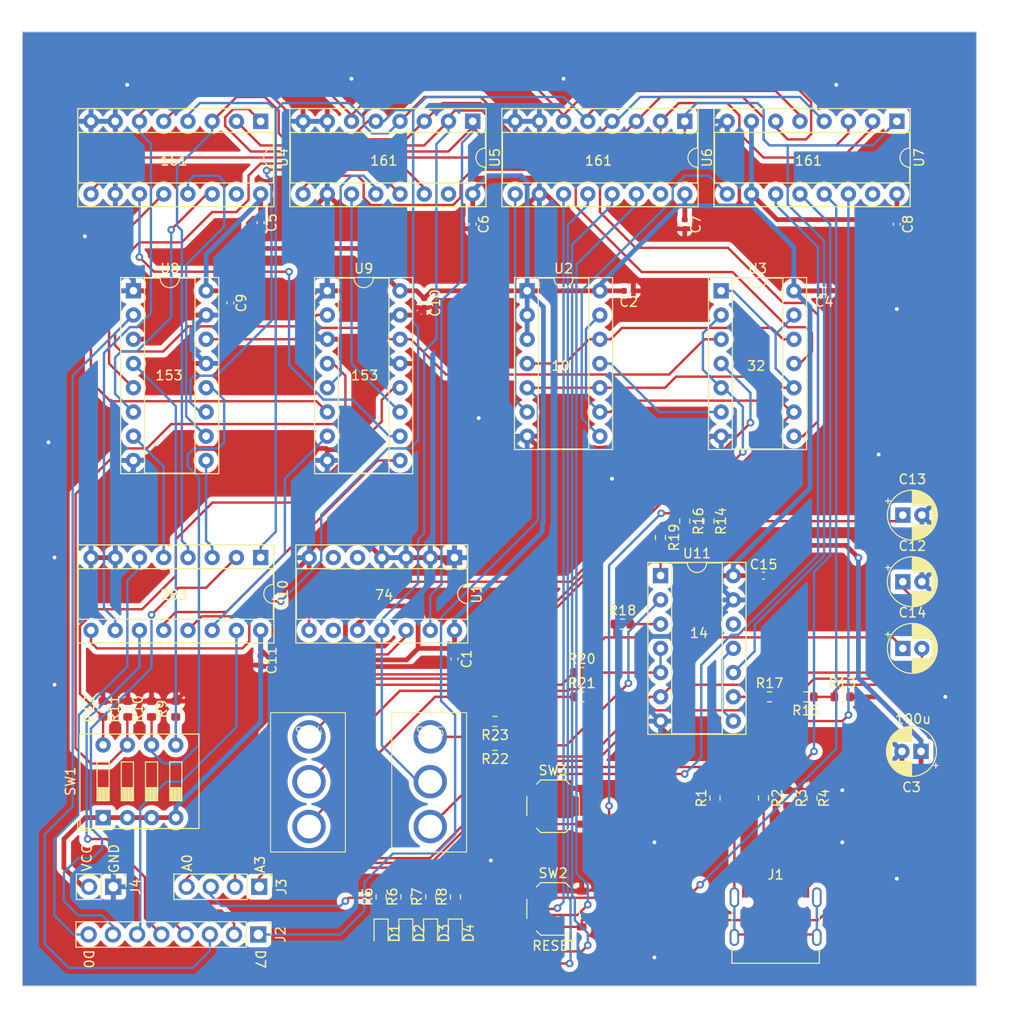
<source format=kicad_pcb>
(kicad_pcb (version 20221018) (generator pcbnew)
  (layers (0 "F.Cu" signal) (31 "B.Cu" signal) (34 "B.Paste" user) (35 "F.Paste" user) (36 "B.SilkS" user "B.Silkscreen") (37 "F.SilkS" user "F.Silkscreen") (38 "B.Mask" user) (39 "F.Mask" user) (44 "Edge.Cuts" user))
  (net 0 "")
  (net 1 "GND")
  (net 2 "+5V")
  (net 3 "Net-(C12-Pad1)")
  (net 4 "Net-(C13-Pad1)")
  (net 5 "Net-(SW4-B)")
  (net 6 "Net-(C14-Pad2)")
  (net 7 "Net-(D1-K)")
  (net 8 "Net-(D1-A)")
  (net 9 "Net-(D2-K)")
  (net 10 "Net-(D2-A)")
  (net 11 "Net-(D3-K)")
  (net 12 "Net-(D3-A)")
  (net 13 "Net-(D4-K)")
  (net 14 "Net-(D4-A)")
  (net 15 "Net-(J1-CC1)")
  (net 16 "Net-(J1-CC2)")
  (net 17 "Net-(J1-SHIELD)")
  (net 18 "D7")
  (net 19 "D6")
  (net 20 "D5")
  (net 21 "D4")
  (net 22 "D3")
  (net 23 "D2")
  (net 24 "D1")
  (net 25 "D0")
  (net 26 "A3")
  (net 27 "A2")
  (net 28 "A1")
  (net 29 "A0")
  (net 30 "Net-(U8-12a)")
  (net 31 "Net-(U8-12b)")
  (net 32 "Net-(U9-12a)")
  (net 33 "Net-(U9-12b)")
  (net 34 "Net-(R13-Pad1)")
  (net 35 "Net-(R14-Pad2)")
  (net 36 "Net-(R17-Pad1)")
  (net 37 "Net-(R18-Pad2)")
  (net 38 "Net-(R19-Pad2)")
  (net 39 "Net-(SW4-A)")
  (net 40 "Net-(R20-Pad2)")
  (net 41 "Net-(SW4-C)")
  (net 42 "Net-(R22-Pad1)")
  (net 43 "Net-(SW5-C)")
  (net 44 "Net-(SW5-A)")
  (net 45 "CLOCK")
  (net 48 "Net-(U1B-~{Q})")
  (net 50 "Net-(U10-C4)")
  (net 51 "RESET")
  (net 52 "Net-(U2-Pad12)")
  (net 53 "Net-(U6-~{LOAD})")
  (net 54 "Net-(U7-~{LOAD})")
  (net 55 "Net-(U2-Pad11)")
  (net 56 "Net-(U8-S0)")
  (net 57 "Net-(U4-~{LOAD})")
  (net 58 "Net-(U5-~{LOAD})")
  (net 59 "Net-(U10-S1)")
  (net 60 "Net-(U10-S2)")
  (net 61 "Net-(U10-S3)")
  (net 62 "Net-(U10-S4)")
  (net 63 "Net-(U4-Q3)")
  (net 64 "Net-(U4-Q2)")
  (net 65 "Net-(U4-Q1)")
  (net 66 "Net-(U4-Q0)")
  (net 68 "Net-(U5-Q3)")
  (net 69 "Net-(U5-Q2)")
  (net 70 "Net-(U5-Q1)")
  (net 71 "Net-(U5-Q0)")
  (net 75 "Net-(U10-A1)")
  (net 76 "Net-(U10-A2)")
  (net 77 "Net-(U10-A3)")
  (net 78 "Net-(U10-A4)")
  (net 79 "Net-(U11-Pad11)")
  (footprint "LED_SMD:LED_0603_1608Metric" (layer "F.Cu") (at 202.0128 126.365 -90)
    (fp_text reference "D4")
    (fp_text value "LED")
  )
  (footprint "Connector_PinHeader_2.54mm:PinHeader_1x04_P2.54mm_Vertical" (layer "F.Cu") (at 181.475 121.5 -90)
    (fp_text reference "J3")
    (fp_text value "ROM_A")
  )
  (footprint "Connector_PinHeader_2.54mm:PinHeader_1x08_P2.54mm_Vertical" (layer "F.Cu") (at 181.375 126.5 -90)
    (fp_text reference "J2")
    (fp_text value "ROM_D")
  )
  (footprint "Resistor_SMD:R_0603_1608Metric" (layer "F.Cu") (at 199.4408 122.555 90)
    (fp_text reference "R7")
    (fp_text value "1K")
  )
  (footprint "Resistor_SMD:R_0603_1608Metric" (layer "F.Cu") (at 236.855 112.205 -90)
    (fp_text reference "R3")
    (fp_text value "5.1K")
  )
  (footprint "Capacitor_SMD:C_0402_1005Metric" (layer "F.Cu") (at 178.435 60.325 -90)
    (fp_text reference "C9")
    (fp_text value "0.1u")
  )
  (footprint "Resistor_SMD:R_0603_1608Metric" (layer "F.Cu") (at 238.76 101.6 180)
    (fp_text reference "R15")
    (fp_text value "100K")
  )
  (footprint "Resistor_SMD:R_0603_1608Metric" (layer "F.Cu") (at 234.95 101.6)
    (fp_text reference "R17")
    (fp_text value "100K")
  )
  (footprint "Resistor_SMD:R_0603_1608Metric" (layer "F.Cu") (at 228.6 83.185 90)
    (fp_text reference "R14")
    (fp_text value "1K")
  )
  (footprint "Button_Switch_SMD:SW_Push_1P1T_XKB_TS-1187A" (layer "F.Cu") (at 212.265 123.825)
    (fp_text reference "SW2")
    (fp_text value "SW_Push")
  )
  (footprint "Package_DIP:DIP-16_W7.62mm_Socket" (layer "F.Cu") (at 226.07 41.285 -90)
    (fp_text reference "U6")
    (fp_text value "74HC161")
  )
  (footprint "Capacitor_SMD:C_0402_1005Metric" (layer "F.Cu") (at 181.61 51.915 -90)
    (fp_text reference "C5")
    (fp_text value "0.1u")
  )
  (footprint "Resistor_SMD:R_0603_1608Metric" (layer "F.Cu") (at 170.18 102.87 90)
    (fp_text reference "R10")
    (fp_text value "1K")
  )
  (footprint "Button_Switch_THT:SW_DIP_SPSTx04_Slide_9.78x12.34mm_W7.62mm_P2.54mm" (layer "F.Cu") (at 165.11 114.2575 90)
    (fp_text reference "SW1")
    (fp_text value "SW_DIP_x04")
  )
  (footprint "Capacitor_SMD:C_0402_1005Metric" (layer "F.Cu") (at 201.93 97.635 90)
    (fp_text reference "C1")
    (fp_text value "0.1u")
  )
  (footprint "Resistor_SMD:R_0603_1608Metric" (layer "F.Cu") (at 215.275 101.595)
    (fp_text reference "R21")
    (fp_text value "33K")
  )
  (footprint "Capacitor_THT:CP_Radial_D5.0mm_P2.00mm" (layer "F.Cu") (at 248.9148 82.55)
    (fp_text reference "C13")
    (fp_text value "10uF 16V")
  )
  (footprint "Resistor_SMD:R_0603_1608Metric" (layer "F.Cu") (at 165.1 102.87 90)
    (fp_text reference "R12")
    (fp_text value "1K")
  )
  (footprint "Connector_USB:USB_C_Receptacle_G-Switch_GT-USB-7010ASV" (layer "F.Cu") (at 235.585 125.73)
    (fp_text reference "J1")
    (fp_text value "USB_C_Receptacle_PowerOnly_6P")
  )
  (footprint "Resistor_SMD:R_0603_1608Metric" (layer "F.Cu") (at 215.275 99.055)
    (fp_text reference "R20")
    (fp_text value "3.3K")
  )
  (footprint "Capacitor_SMD:C_0402_1005Metric" (layer "F.Cu") (at 220.19 59.055 180)
    (fp_text reference "C2")
    (fp_text value "0.1u")
  )
  (footprint "Capacitor_THT:CP_Radial_D5.0mm_P2.00mm" (layer "F.Cu") (at 248.9148 96.52)
    (fp_text reference "C14")
    (fp_text value "10uF 16V")
  )
  (footprint "Package_DIP:DIP-16_W7.62mm_Socket" (layer "F.Cu") (at 168.285 59.045)
    (fp_text reference "U8")
    (fp_text value "74HC153")
  )
  (footprint "LED_SMD:LED_0603_1608Metric" (layer "F.Cu") (at 199.4228 126.365 -90)
    (fp_text reference "D3")
    (fp_text value "LED")
  )
  (footprint "Capacitor_SMD:C_0402_1005Metric" (layer "F.Cu") (at 203.835 52.07 -90)
    (fp_text reference "C6")
    (fp_text value "0.1u")
  )
  (footprint "Package_DIP:DIP-14_W7.62mm_Socket" (layer "F.Cu") (at 201.935 87.005 -90)
    (fp_text reference "U1")
    (fp_text value "74HC74")
  )
  (footprint "Resistor_SMD:R_0603_1608Metric" (layer "F.Cu") (at 206.185 106.68 180)
    (fp_text reference "R22")
    (fp_text value "100")
  )
  (footprint "Package_DIP:DIP-16_W7.62mm_Socket" (layer "F.Cu") (at 248.295 41.285 -90)
    (fp_text reference "U7")
    (fp_text value "74HC161")
  )
  (footprint "Resistor_SMD:R_0603_1608Metric" (layer "F.Cu") (at 194.2428 122.555 90)
    (fp_text reference "R5")
    (fp_text value "1K")
  )
  (footprint "Resistor_SMD:R_0603_1608Metric" (layer "F.Cu") (at 219.53 93.975)
    (fp_text reference "R18")
    (fp_text value "100K")
  )
  (footprint "Capacitor_THT:CP_Radial_D5.0mm_P2.00mm" (layer "F.Cu") (at 250.825 107.315 180)
    (fp_text reference "C3")
    (fp_text value "100u 16V")
  )
  (footprint "Package_DIP:DIP-14_W7.62mm_Socket" (layer "F.Cu") (at 209.55 59.05)
    (fp_text reference "U2")
    (fp_text value "74HC10")
  )
  (footprint "Package_DIP:DIP-16_W7.62mm_Socket" (layer "F.Cu") (at 181.62 87.005 -90)
    (fp_text reference "U10")
    (fp_text value "74HC283")
  )
  (footprint "Package_DIP:DIP-16_W7.62mm_Socket" (layer "F.Cu") (at 203.845 41.285 -90)
    (fp_text reference "U5")
    (fp_text value "74HC161")
  )
  (footprint "Resistor_SMD:R_0603_1608Metric" (layer "F.Cu") (at 196.85 122.555 90)
    (fp_text reference "R6")
    (fp_text value "1K")
  )
  (footprint "Resistor_SMD:R_0603_1608Metric" (layer "F.Cu") (at 242.57 101.6)
    (fp_text reference "R13")
    (fp_text value "1K")
  )
  (footprint "LED_SMD:LED_0603_1608Metric" (layer "F.Cu") (at 194.2428 126.365 -90)
    (fp_text reference "D1")
    (fp_text value "LED")
  )
  (footprint "Capacitor_SMD:C_0402_1005Metric" (layer "F.Cu") (at 234.325 88.895)
    (fp_text reference "C15")
    (fp_text value "0.1u")
  )
  (footprint "Package_DIP:DIP-14_W7.62mm_Socket" (layer "F.Cu") (at 223.53 88.895)
    (fp_text reference "U11")
    (fp_text value "74HC14")
  )
  (footprint "Resistor_SMD:R_0603_1608Metric" (layer "F.Cu") (at 223.52 84.9 -90)
    (fp_text reference "R19")
    (fp_text value "100K")
  )
  (footprint "Capacitor_SMD:C_0402_1005Metric" (layer "F.Cu") (at 181.61 97.79 -90)
    (fp_text reference "C11")
    (fp_text value "0.1u")
  )
  (footprint "Resistor_SMD:R_0603_1608Metric" (layer "F.Cu") (at 202.0316 122.555 90)
    (fp_text reference "R8")
    (fp_text value "1K")
  )
  (footprint "Connector_PinHeader_2.54mm:PinHeader_1x02_P2.54mm_Vertical" (layer "F.Cu") (at 166.175 121.5 -90)
    (fp_text reference "J4")
    (fp_text value "POWER")
  )
  (footprint "Capacitor_SMD:C_0402_1005Metric" (layer "F.Cu") (at 198.755 60.325 -90)
    (fp_text reference "C10")
    (fp_text value "0.1u")
  )
  (footprint "toggle:toggle_3" (layer "F.Cu") (at 186.69 105.79)
    (fp_text reference "SW4")
    (fp_text value "SW_SPDT")
  )
  (footprint "LED_SMD:LED_0603_1608Metric" (layer "F.Cu") (at 196.8328 126.365 -90)
    (fp_text reference "D2")
    (fp_text value "LED")
  )
  (footprint "Capacitor_SMD:C_0402_1005Metric" (layer "F.Cu") (at 248.285 52.07 -90)
    (fp_text reference "C8")
    (fp_text value "0.1u")
  )
  (footprint "Resistor_SMD:R_0603_1608Metric" (layer "F.Cu") (at 206.185 104.17 180)
    (fp_text reference "R23")
    (fp_text value "100")
  )
  (footprint "Capacitor_THT:CP_Radial_D5.0mm_P2.00mm" (layer "F.Cu") (at 248.9148 89.535)
    (fp_text reference "C12")
    (fp_text value "10uF 16V")
  )
  (footprint "Capacitor_SMD:C_0402_1005Metric" (layer "F.Cu") (at 240.665 59.055 180)
    (fp_text reference "C4")
    (fp_text value "0.1u")
  )
  (footprint "Resistor_SMD:R_0603_1608Metric" (layer "F.Cu") (at 229.235 112.205 90)
    (fp_text reference "R1")
    (fp_text value "1K")
  )
  (footprint "Resistor_SMD:R_0603_1608Metric" (layer "F.Cu") (at 234.315 112.205 -90)
    (fp_text reference "R2")
    (fp_text value "5.1K")
  )
  (footprint "Resistor_SMD:R_0603_1608Metric" (layer "F.Cu") (at 167.7 102.87 90)
    (fp_text reference "R11")
    (fp_text value "1K")
  )
  (footprint "Resistor_SMD:R_0603_1608Metric" (layer "F.Cu") (at 172.72 102.87 90)
    (fp_text reference "R9")
    (fp_text value "1K")
  )
  (footprint "Button_Switch_SMD:SW_Push_1P1T_XKB_TS-1187A" (layer "F.Cu") (at 212.265 113.06)
    (fp_text reference "SW3")
    (fp_text value "SW_Push")
  )
  (footprint "Package_DIP:DIP-16_W7.62mm_Socket" (layer "F.Cu") (at 188.605 59.045)
    (fp_text reference "U9")
    (fp_text value "74HC153")
  )
  (footprint "Package_DIP:DIP-16_W7.62mm_Socket" (layer "F.Cu") (at 181.62 41.285 -90)
    (fp_text reference "U4")
    (fp_text value "74HC161")
  )
  (footprint "Package_DIP:DIP-14_W7.62mm_Socket" (layer "F.Cu") (at 229.88 59.05)
    (fp_text reference "U3")
    (fp_text value "74HC32")
  )
  (footprint "Capacitor_SMD:C_0402_1005Metric" (layer "F.Cu") (at 226.06 52.07 -90)
    (fp_text reference "C7")
    (fp_text value "0.1u")
  )
  (footprint "Resistor_SMD:R_0603_1608Metric" (layer "F.Cu") (at 226.06 83.185 -90)
    (fp_text reference "R16")
    (fp_text value "10K")
  )
  (footprint "Resistor_SMD:R_0603_1608Metric" (layer "F.Cu") (at 239.395 112.205 90)
    (fp_text reference "R4")
    (fp_text value "1K")
  )
  (footprint "toggle:toggle_3" (layer "F.Cu") (at 199.39 105.79)
    (fp_text reference "SW5")
    (fp_text value "SW_SPDT")
  )
  (gr_rect (start 156.6416 31.9024) (end 256.6416 131.9024) (stroke (width 0.1)) (fill none) (layer "Edge.Cuts"))
  (gr_text "RESET" (at 212.344 128.27) (layer "F.SilkS") (effects (font (size 1 1)) (justify bottom)))
  (gr_text "161" (at 171 46) (layer "F.SilkS") (effects (font (size 1 1)) (justify left bottom)))
  (gr_text "10" (at 212 67.5) (layer "F.SilkS") (effects (font (size 1 1)) (justify left bottom)))
  (gr_text "161" (at 193 46) (layer "F.SilkS") (effects (font (size 1 1)) (justify left bottom)))
  (gr_text "153" (at 191 68.5) (layer "F.SilkS") (effects (font (size 1 1)) (justify left bottom)))
  (gr_text "GND" (at 166.84 120.17 90) (layer "F.SilkS") (effects (font (size 1 1)) (justify left bottom)))
  (gr_text "153" (at 170.5 68.5) (layer "F.SilkS") (effects (font (size 1 1)) (justify left bottom)))
  (gr_text "14" (at 226.5 95.5) (layer "F.SilkS") (effects (font (size 1 1)) (justify left bottom)))
  (gr_text "161" (at 215.5 46) (layer "F.SilkS") (effects (font (size 1 1)) (justify left bottom)))
  (gr_text "283" (at 171 91.5) (layer "F.SilkS") (effects (font (size 1 1)) (justify left bottom)))
  (gr_text "VCC" (at 164 120 90) (layer "F.SilkS") (effects (font (size 1 1)) (justify left bottom)))
  (gr_text "32" (at 232.5 67.5) (layer "F.SilkS") (effects (font (size 1 1)) (justify left bottom)))
  (gr_text "161" (at 237.5 46) (layer "F.SilkS") (effects (font (size 1 1)) (justify left bottom)))
  (gr_text "74" (at 193.5 91.5) (layer "F.SilkS") (effects (font (size 1 1)) (justify left bottom)))
  (gr_text "A0\n" (at 174.5 120 90) (layer "F.SilkS") (effects (font (size 1 1)) (justify left bottom)))
  (gr_text "A3" (at 182.14 120.17 90) (layer "F.SilkS") (effects (font (size 1 1)) (justify left bottom)))
  (gr_text "100u" (at 248 104.5) (layer "F.SilkS") (effects (font (size 1 1)) (justify left bottom)))
  (gr_text "D0\n" (at 163 128 -90) (layer "F.SilkS") (effects (font (size 1 1)) (justify left bottom)))
  (gr_text "D7\n" (at 181 128 -90) (layer "F.SilkS") (effects (font (size 1 1)) (justify left bottom)))
  (segment (start 188.605 59.045) (end 187.4781 59.045) (width 0.5) (layer "F.Cu") (net 1))
  (segment (start 236.855 111.38) (end 239.395 111.38) (width 0.5) (layer "F.Cu") (net 1))
  (segment (start 194.32 87.005) (end 192.405 85.09) (width 0.5) (layer "F.Cu") (net 1))
  (segment (start 203.51 98.115) (end 203.835 97.79) (width 0.5) (layer "F.Cu") (net 1))
  (segment (start 197.975 61.585) (end 196.225 61.585) (width 0.5) (layer "F.Cu") (net 1))
  (segment (start 233.685 91.435) (end 231.15 91.435) (width 0.5) (layer "F.Cu") (net 1))
  (segment (start 166.175 123.325) (end 166.175 121.5) (width 0.5) (layer "F.Cu") (net 1))
  (segment (start 169.4119 76.825) (end 168.285 76.825) (width 0.5) (layer "F.Cu") (net 1))
  (segment (start 234.315 111.38) (end 236.855 111.38) (width 0.5) (layer "F.Cu") (net 1))
  (segment (start 248.285 55.245) (end 248.285 52.55) (width 0.5) (layer "F.Cu") (net 1))
  (segment (start 242.57 116.84) (end 242.57 117.76165) (width 0.5) (layer "F.Cu") (net 1))
  (segment (start 215.6785 111.185) (end 215.265 111.185) (width 0.5) (layer "F.Cu") (net 1))
  (segment (start 170.6719 75.565) (end 169.4119 76.825) (width 0.5) (layer "F.Cu") (net 1))
  (segment (start 216.605746 75.4864) (end 210.7464 75.4864) (width 0.5) (layer "F.Cu") (net 1))
  (segment (start 190.505 95.88) (end 189.865 96.52) (width 0.5) (layer "F.Cu") (net 1))
  (segment (start 203.835 97.79) (end 203.835 92.075) (width 0.5) (layer "F.Cu") (net 1))
  (segment (start 185.7181 60.805) (end 187.4781 59.045) (width 0.5) (layer "F.Cu") (net 1))
  (segment (start 201.0853 87.5684) (end 200.5219 87.005) (width 0.5) (layer "F.Cu") (net 1))
  (segment (start 242.57 117.76165) (end 238.785 121.54665) (width 0.5) (layer "F.Cu") (net 1))
  (segment (start 209.265 121.95) (end 208.4381 121.95) (width 0.5) (layer "F.Cu") (net 1))
  (segment (start 237.97 52.55) (end 231.7056 52.55) (width 0.5) (layer "F.Cu") (net 1))
  (segment (start 188.605 48.9308) (end 188.605 48.905) (width 0.5) (layer "F.Cu") (net 1))
  (segment (start 248.825 108.68) (end 248.825 107.315) (width 0.5) (layer "F.Cu") (net 1))
  (segment (start 231.775 52.4806) (end 231.775 43.6719) (width 0.35) (layer "F.Cu") (net 1))
  (segment (start 184.296741 94.761741) (end 184.296741 93.345) (width 0.5) (layer "F.Cu") (net 1))
  (segment (start 234.81 88.9) (end 246.38 88.9) (width 0.5) (layer "F.Cu") (net 1))
  (segment (start 244.5263 59.0037) (end 248.285 55.245) (width 0.5) (layer "F.Cu") (net 1))
  (segment (start 190.505 91.749872) (end 190.505 95.88) (width 0.5) (layer "F.Cu") (net 1))
  (segment (start 194.2428 121.73) (end 196.85 121.73) (width 0.5) (layer "F.Cu") (net 1))
  (segment (start 192.405 85.09) (end 187.96 85.09) (width 0.5) (layer "F.Cu") (net 1))
  (segment (start 201.935 87.005) (end 201.935 87.5684) (width 0.5) (layer "F.Cu") (net 1))
  (segment (start 229.88 74.29) (end 228.7531 74.29) (width 0.5) (layer "F.Cu") (net 1))
  (segment (start 241.1963 55.7763) (end 237.97 52.55) (width 0.5) (layer "F.Cu") (net 1))
  (segment (start 194.315 87.005) (end 194.32 87.005) (width 0.5) (layer "F.Cu") (net 1))
  (segment (start 208.2181 121.73) (end 208.4381 121.95) (width 0.5) (layer "F.Cu") (net 1))
  (segment (start 239.395 111.38) (end 242.57 111.38) (width 0.5) (layer "F.Cu") (net 1))
  (segment (start 184.296741 93.345) (end 184.785 92.856741) (width 0.5) (layer "F.Cu") (net 1))
  (segment (start 192.25 52.55) (end 203.835 52.55) (width 0.5) (layer "F.Cu") (net 1))
  (segment (start 181.765 98.425) (end 201.62 98.425) (width 0.5) (layer "F.Cu") (net 1))
  (segment (start 231.7056 52.55) (end 226.06 52.55) (width 0.5) (layer "F.Cu") (net 1))
  (segment (start 224.79 106.045) (end 247.555 106.045) (width 0.5) (layer "F.Cu") (net 1))
  (segment (start 187.96 85.09) (end 186.695 86.355) (width 0.5) (layer "F.Cu") (net 1))
  (segment (start 234.805 90.315) (end 233.685 91.435) (width 0.5) (layer "F.Cu") (net 1))
  (segment (start 201.935 87.5684) (end 201.0853 87.5684) (width 0.5) (layer "F.Cu") (net 1))
  (segment (start 168.285 64.125) (end 169.4119 64.125) (width 0.5) (layer "F.Cu") (net 1))
  (segment (start 223.53 104.135) (end 223.53 104.785) (width 0.5) (layer "F.Cu") (net 1))
  (segment (start 203.835 52.55) (end 207.0458 52.55) (width 0.5) (layer "F.Cu") (net 1))
  (segment (start 242.57 111.38) (end 246.125 111.38) (width 0.5) (layer "F.Cu") (net 1))
  (segment (start 175.905 61.585) (end 171.9519 61.585) (width 0.5) (layer "F.Cu") (net 1))
  (segment (start 215.265 121.95) (end 209.265 121.95) (width 0.5) (layer "F.Cu") (net 1))
  (segment (start 189.865 96.52) (end 186.055 96.52) (width 0.5) (layer "F.Cu") (net 1))
  (segment (start 167.7 102.045) (end 165.1 102.045) (width 0.5) (layer "F.Cu") (net 1))
  (segment (start 241.145 59.055) (end 241.1963 59.0037) (width 0.5) (layer "F.Cu") (net 1))
  (segment (start 188.4719 75.565) (end 170.6719 75.565) (width 0.5) (layer "F.Cu") (net 1))
  (segment (start 189.7319 64.125) (end 192.2719 66.665) (width 0.5) (layer "F.Cu") (net 1))
  (segment (start 177.655 61.585) (end 178.435 60.805) (width 0.5) (layer "F.Cu") (net 1))
  (segment (start 231.775 43.6719) (end 231.7056 43.6025) (width 0.35) (layer "F.Cu") (net 1))
  (segment (start 250.19 87.63) (end 250.9148 88.3548) (width 0.5) (layer "F.Cu") (net 1))
  (segment (start 189.7319 75.6981) (end 188.605 75.6981) (width 0.5) (layer "F.Cu") (net 1))
  (segment (start 165.5 124) (end 166.175 123.325) (width 0.5) (layer "F.Cu") (net 1))
  (segment (start 162 124) (end 165.5 124) (width 0.5) (layer "F.Cu") (net 1))
  (segment (start 186.68 87.005) (end 186.695 87.005) (width 0.5) (layer "F.Cu") (net 1))
  (segment (start 234.805 88.895) (end 234.805 90.315) (width 0.5) (layer "F.Cu") (net 1))
  (segment (start 185.5 127) (end 183.5 129) (width 0.5) (layer "F.Cu") (net 1))
  (segment (start 216.659346 75.54) (end 216.605746 75.4864) (width 0.5) (layer "F.Cu") (net 1))
  (segment (start 247.555 106.045) (end 248.825 107.315) (width 0.5) (layer "F.Cu") (net 1))
  (segment (start 160.5 127.5) (end 160.5 125.5) (width 0.5) (layer "F.Cu") (net 1))
  (segment (start 176.495 98.27) (end 172.72 102.045) (width 0.5) (layer "F.Cu") (net 1))
  (segment (start 209.265 111.41) (end 209.265 111.185) (width 0.5) (layer "F.Cu") (net 1))
  (segment (start 250.9148 88.3548) (end 250.9148 89.535) (width 0.5) (layer "F.Cu") (net 1))
  (segment (start 241.1963 59.0037) (end 241.1963 55.7763) (width 0.5) (layer "F.Cu") (net 1))
  (segment (start 246.125 111.38) (end 248.825 108.68) (width 0.5) (layer "F.Cu") (net 1))
  (segment (start 215.6785 111.185) (end 216.0919 111.185) (width 0.5) (layer "F.Cu") (net 1))
  (segment (start 217.680654 75.54) (end 216.659346 75.54) (width 0.5) (layer "F.Cu") (net 1))
  (segment (start 172.72 102.045) (end 170.18 102.045) (width 0.5) (layer "F.Cu") (net 1))
  (segment (start 201.93 98.115) (end 203.51 98.115) (width 0.5) (layer "F.Cu") (net 1))
  (segment (start 234.315 111.38) (end 229.235 111.38) (width 0.5) (layer "F.Cu") (net 1))
  (segment (start 217.734254 75.4864) (end 217.680654 75.54) (width 0.5) (layer "F.Cu") (net 1))
  (segment (start 185.5 123.5) (end 185.5 127) (width 0.5) (layer "F.Cu") (net 1))
  (segment (start 184.785 88.9) (end 186.68 87.005) (width 0.5) (layer "F.Cu") (net 1))
  (segment (start 183.5 129) (end 162 129) (width 0.5) (layer "F.Cu") (net 1))
  (segment (start 166.38 87.005) (end 163.84 87.005) (width 0.5) (layer "F.Cu") (net 1))
  (segment (start 175.905 61.585) (end 177.655 61.585) (width 0.5) (layer "F.Cu") (net 1))
  (segment (start 207.0458 52.55) (end 208.800654 50.795146) (width 0.5) (layer "F.Cu") (net 1))
  (segment (start 231.7056 52.55) (end 231.775 52.4806) (width 0.35) (layer "F.Cu") (net 1))
  (segment (start 211.465 48.905) (end 210.83 48.905) (width 0.5) (layer "F.Cu") (net 1))
  (segment (start 181.61 98.27) (end 181.765 98.425) (width 0.5) (layer "F.Cu") (net 1))
  (segment (start 188.605 64.125) (end 189.7319 64.125) (width 0.5) (layer "F.Cu") (net 1))
  (segment (start 223.53 104.785) (end 224.79 106.045) (width 0.5) (layer "F.Cu") (net 1))
  (segment (start 234.805 88.895) (end 234.81 88.9) (width 0.5) (layer "F.Cu") (net 1))
  (segment (start 228.7531 74.29) (end 227.5567 75.4864) (width 0.5) (layer "F.Cu") (net 1))
  (segment (start 192.2719 66.665) (end 196.225 66.665) (width 0.5) (layer "F.Cu") (net 1))
  (segment (start 196.855 87.005) (end 194.315 87.005) (width 0.5) (layer "F.Cu") (net 1))
  (segment (start 208.2181 121.73) (end 208.2181 112.4569) (width 0.5) (layer "F.Cu") (net 1))
  (segment (start 171.9519 61.585) (end 169.4119 59.045) (width 0.5) (layer "F.Cu") (net 1))
  (segment (start 215.265 111.185) (end 209.265 111.185) (width 0.5) (layer "F.Cu") (net 1))
  (segment (start 186.695 86.355) (end 186.695 87.005) (width 0.5) (layer "F.Cu") (net 1))
  (segment (start 238.785 121.54665) (end 238.785 122.005) (width 0.5) (layer "F.Cu") (net 1))
  (segment (start 185.1408 52.395) (end 188.605 48.9308) (width 0.5) (layer "F.Cu") (net 1))
  (segment (start 163.84 41.285) (end 166.38 41.285) (width 0.5) (layer "F.Cu") (net 1))
  (segment (start 191.449872 90.805) (end 190.505 91.749872) (width 0.5) (layer "F.Cu") (net 1))
  (segment (start 188.605 48.905) (end 192.25 52.55) (width 0.5) (layer "F.Cu") (net 1))
  (segment (start 246.38 88.9) (end 247.65 87.63) (width 0.5) (layer "F.Cu") (net 1))
  (segment (start 192.2719 66.665) (end 192.2719 73.1581) (width 0.5) (layer "F.Cu") (net 1))
  (segment (start 198.755 60.805) (end 197.975 61.585) (width 0.5) (layer "F.Cu") (net 1))
  (segment (start 241.1963 59.0037) (end 244.5263 59.0037) (width 0.5) (layer "F.Cu") (net 1))
  (segment (start 194.2428 121.73) (end 187.27 121.73) (width 0.5) (layer "F.Cu") (net 1))
  (segment (start 196.85 121.73) (end 199.4408 121.73) (width 0.5) (layer "F.Cu") (net 1))
  (segment (start 208.800654 50.795146) (end 210.6908 48.905) (width 0.5) (layer "F.Cu") (net 1))
  (segment (start 192.2719 73.1581) (end 189.7319 75.6981) (width 0.5) (layer "F.Cu") (net 1))
  (segment (start 216.2869 111.38) (end 216.0919 111.185) (width 0.5) (layer "F.Cu") (net 1))
  (segment (start 188.605 76.825) (end 188.605 75.6981) (width 0.5) (layer "F.Cu") (net 1))
  (segment (start 199.9585 87.005) (end 199.395 87.005) (width 0.5) (layer "F.Cu") (net 1))
  (segment (start 168.285 59.045) (end 169.4119 59.045) (width 0.5) (layer "F.Cu") (net 1))
  (segment (start 230.515 42.4119) (end 230.515 41.285) (width 0.5) (layer "F.Cu") (net 1))
  (segment (start 181.61 52.395) (end 185.1408 52.395) (width 0.5) (layer "F.Cu") (net 1))
  (segment (start 220.67 59.055) (end 220.67 58.11) (width 0.5) (layer "F.Cu") (net 1))
  (segment (start 186.065 41.285) (end 188.605 41.285) (width 0.5) (layer "F.Cu") (net 1))
  (segment (start 229.235 111.38) (end 216.2869 111.38) (width 0.5) (layer "F.Cu") (net 1))
  (segment (start 202.0316 121.73) (end 208.2181 121.73) (width 0.5) (layer "F.Cu") (net 1))
  (segment (start 199.9585 87.005) (end 200.5219 87.005) (width 0.5) (layer "F.Cu") (net 1))
  (segment (start 186.055 96.52) (end 184.296741 94.761741) (width 0.5) (layer "F.Cu") (net 1))
  (segment (start 160.5 125.5) (end 162 124) (width 0.5) (layer "F.Cu") (net 1))
  (segment (start 220.67 58.11) (end 211.465 48.905) (width 0.5) (layer "F.Cu") (net 1))
  (segment (start 184.785 92.856741) (end 184.785 88.9) (width 0.5) (layer "F.Cu") (net 1))
  (segment (start 210.83 41.285) (end 208.29 41.285) (width 0.5) (layer "F.Cu") (net 1))
  (segment (start 247.65 87.63) (end 250.19 87.63) (width 0.5) (layer "F.Cu") (net 1))
  (segment (start 210.7464 75.4864) (end 209.55 74.29) (width 0.5) (layer "F.Cu") (net 1))
  (segment (start 169.4119 64.125) (end 171.9519 61.585) (width 0.5) (layer "F.Cu") (net 1))
  (segment (start 210.6908 48.905) (end 210.83 48.905) (width 0.5) (layer "F.Cu") (net 1))
  (segment (start 199.395 87.005) (end 196.855 87.005) (width 0.5) (layer "F.Cu") (net 1))
  (segment (start 188.605 75.6981) (end 188.4719 75.565) (width 0.5) (layer "F.Cu") (net 1))
  (segment (start 201.62 98.425) (end 201.93 98.115) (width 0.5) (layer "F.Cu") (net 1))
  (segment (start 181.61 98.27) (end 176.495 98.27) (width 0.5) (layer "F.Cu") (net 1))
  (segment (start 203.835 92.075) (end 202.565 90.805) (width 0.5) (layer "F.Cu") (net 1))
  (segment (start 208.2181 112.4569) (end 209.265 111.41) (width 0.5) (layer "F.Cu") (net 1))
  (segment (start 178.435 60.805) (end 185.7181 60.805) (width 0.5) (layer "F.Cu") (net 1))
  (segment (start 227.5567 75.4864) (end 217.734254 75.4864) (width 0.5) (layer "F.Cu") (net 1))
  (segment (start 162 129) (end 160.5 127.5) (width 0.5) (layer "F.Cu") (net 1))
  (segment (start 231.7056 43.6025) (end 230.515 42.4119) (width 0.5) (layer "F.Cu") (net 1))
  (segment (start 202.565 90.805) (end 191.449872 90.805) (width 0.5) (layer "F.Cu") (net 1))
  (segment (start 199.4408 121.73) (end 202.0316 121.73) (width 0.5) (layer "F.Cu") (net 1))
  (segment (start 187.27 121.73) (end 185.5 123.5) (width 0.5) (layer "F.Cu") (net 1))
  (segment (start 170.18 102.045) (end 167.7 102.045) (width 0.5) (layer "F.Cu") (net 1))
  (via (at 218.44 78.74) (size 0.8) (drill 0.4) (layers "F.Cu" "B.Cu") (net 1))
  (via (at 242.57 111.38) (size 0.8) (drill 0.4) (layers "F.Cu" "B.Cu") (net 1))
  (via (at 160.02 86.995) (size 0.8) (drill 0.4) (layers "F.Cu" "B.Cu") (net 1))
  (via (at 213.36 36.83) (size 0.8) (drill 0.4) (layers "F.Cu" "B.Cu") (net 1))
  (via (at 241.935 37.465) (size 0.8) (drill 0.4) (layers "F.Cu" "B.Cu") (net 1))
  (via (at 242.57 116.84) (size 0.8) (drill 0.4) (layers "F.Cu" "B.Cu") (net 1))
  (via (at 246.38 76.2) (size 0.8) (drill 0.4) (layers "F.Cu" "B.Cu") (net 1))
  (via (at 248.285 120.65) (size 0.8) (drill 0.4) (layers "F.Cu" "B.Cu") (net 1))
  (via (at 248.285 60.96) (size 0.8) (drill 0.4) (layers "F.Cu" "B.Cu") (net 1))
  (via (at 167.64 37.465) (size 0.8) (drill 0.4) (layers "F.Cu" "B.Cu") (net 1))
  (via (at 163.195 53.34) (size 0.8) (drill 0.4) (layers "F.Cu" "B.Cu") (net 1))
  (via (at 160.02 100.33) (size 0.8) (drill 0.4) (layers "F.Cu" "B.Cu") (net 1))
  (via (at 204.47 72.39) (size 0.8) (drill 0.4) (layers "F.Cu" "B.Cu") (net 1))
  (via (at 222.885 128.905) (size 0.8) (drill 0.4) (layers "F.Cu" "B.Cu") (net 1))
  (via (at 253.365 101.6) (size 0.8) (drill 0.4) (layers "F.Cu" "B.Cu") (net 1))
  (via (at 191.135 36.83) (size 0.8) (drill 0.4) (layers "F.Cu" "B.Cu") (net 1))
  (via (at 222.885 116.84) (size 0.8) (drill 0.4) (layers "F.Cu" "B.Cu") (net 1))
  (via (at 159.385 74.93) (size 0.8) (drill 0.4) (layers "F.Cu" "B.Cu") (net 1))
  (via (at 205.74 118.745) (size 0.8) (drill 0.4) (layers "F.Cu" "B.Cu") (net 1))
  (segment (start 196.225 66.665) (end 195.57 66.665) (width 0.5) (layer "B.Cu") (net 1))
  (segment (start 168.285 76.825) (end 168.285 77.9519) (width 0.5) (layer "B.Cu") (net 1))
  (segment (start 230.515 41.285) (end 230.25905 41.285) (width 0.5) (layer "B.Cu") (net 1))
  (segment (start 223.53 104.135) (end 223.515 104.135) (width 0.5) (layer "B.Cu") (net 1))
  (segment (start 221.615 96.239836) (end 222.589836 95.265) (width 0.5) (layer "B.Cu") (net 1))
  (segment (start 174.3923 65.1723) (end 174.3923 63.0977) (width 0.5) (layer "B.Cu") (net 1))
  (segment (start 221.615 102.235) (end 221.615 96.239836) (width 0.5) (layer "B.Cu") (net 1))
  (segment (start 166.38 79.8569) (end 166.38 87.005) (width 0.5) (layer "B.Cu") (net 1))
  (segment (start 222.589836 95.265) (end 227.32 95.265) (width 0.5) (layer "B.Cu") (net 1))
  (segment (start 166.38 48.905) (end 166.38 56.0131) (width 0.5) (layer "B.Cu") (net 1))
  (segment (start 230.25905 41.285) (end 228.36405 43.18) (width 0.5) (layer "B.Cu") (net 1))
  (segment (start 250.9148 89.535) (end 250.9148 82.55) (width 0.5) (layer "B.Cu") (net 1))
  (segment (start 188.605 64.125) (end 187.95 64.125) (width 0.5) (layer "B.Cu") (net 1))
  (segment (start 195.57 66.665) (end 194.31 65.405) (width 0.5) (layer "B.Cu") (net 1))
  (segment (start 228.36405 43.18) (end 210.83 43.18) (width 0.5) (layer "B.Cu") (net 1))
  (segment (start 223.515 104.135) (end 221.615 102.235) (width 0.5) (layer "B.Cu") (net 1))
  (segment (start 175.885 66.665) (end 174.3923 65.1723) (width 0.5) (layer "B.Cu") (net 1))
  (segment (start 166.38 56.0131) (end 168.285 57.9181) (width 0.5) (layer "B.Cu") (net 1))
  (segment (start 168.285 59.045) (end 168.285 57.9181) (width 0.5) (layer "B.Cu") (net 1))
  (segment (start 201.935 81.275) (end 201.935 87.005) (width 0.5) (layer "B.Cu") (net 1))
  (segment (start 188.605 48.905) (end 188.605 59.045) (width 0.5) (layer "B.Cu") (net 1))
  (segment (start 168.285 77.9519) (end 166.38 79.8569) (width 0.5) (layer "B.Cu") (net 1))
  (segment (start 166.38 41.285) (end 166.38 48.905) (width 0.5) (layer "B.Cu") (net 1))
  (segment (start 186.69 62.865) (end 186.69 60.96) (width 0.5) (layer "B.Cu") (net 1))
  (segment (start 186.69 60.96) (end 188.605 59.045) (width 0.5) (layer "B.Cu") (net 1))
  (segment (start 175.905 66.665) (end 175.885 66.665) (width 0.5) (layer "B.Cu") (net 1))
  (segment (start 194.31 62.865) (end 195.59 61.585) (width 0.5) (layer "B.Cu") (net 1))
  (segment (start 229.88 90.165) (end 231.15 91.435) (width 0.5) (layer "B.Cu") (net 1))
  (segment (start 188.605 41.285) (end 188.605 48.905) (width 0.5) (layer "B.Cu") (net 1))
  (segment (start 210.83 42.4526) (end 210.83 48.905) (width 0.5) (layer "B.Cu") (net 1))
  (segment (start 208.92 74.29) (end 201.935 81.275) (width 0.5) (layer "B.Cu") (net 1))
  (segment (start 209.55 74.29) (end 208.92 74.29) (width 0.5) (layer "B.Cu") (net 1))
  (segment (start 186.695 79.8619) (end 188.605 77.9519) (width 0.5) (layer "B.Cu") (net 1))
  (segment (start 188.605 76.825) (end 188.605 77.9519) (width 0.5) (layer "B.Cu") (net 1))
  (segment (start 210.83 41.285) (end 210.83 42.4526) (width 0.5) (layer "B.Cu") (net 1))
  (segment (start 194.31 65.405) (end 194.31 62.865) (width 0.5) (layer "B.Cu") (net 1))
  (segment (start 174.3923 63.0977) (end 175.905 61.585) (width 0.5) (layer "B.Cu") (net 1))
  (segment (start 227.32 95.265) (end 231.15 91.435) (width 0.5) (layer "B.Cu") (net 1))
  (segment (start 186.695 87.005) (end 186.695 79.8619) (width 0.5) (layer "B.Cu") (net 1))
  (segment (start 195.59 61.585) (end 196.225 61.585) (width 0.5) (layer "B.Cu") (net 1))
  (segment (start 187.95 64.125) (end 186.69 62.865) (width 0.5) (layer "B.Cu") (net 1))
  (segment (start 229.88 74.29) (end 229.88 90.165) (width 0.5) (layer "B.Cu") (net 1))
  (segment (start 242.57 111.38) (end 242.57 116.84) (width 0.5) (layer "B.Cu") (net 1))
  (segment (start 193.675 92.075) (end 191.775 93.975) (width 0.5) (layer "F.Cu") (net 2))
  (segment (start 233.185 122.625051) (end 233.749949 123.19) (width 0.25) (layer "F.Cu") (net 2))
  (segment (start 201.93 96.52) (end 198.12 96.52) (width 0.5) (layer "F.Cu") (net 2))
  (segment (start 247.015 113.03) (end 250.825 109.22) (width 0.5) (layer "F.Cu") (net 2))
  (segment (start 196.915 97.725) (end 198.12 96.52) (width 0.5) (layer "F.Cu") (net 2))
  (segment (start 181.62 48.905) (end 181.62 51.425) (width 0.5) (layer "F.Cu") (net 2))
  (segment (start 235.585 85.725) (end 242.9668 85.725) (width 0.5) (layer "F.Cu") (net 2))
  (segment (start 237.37962 123.19) (end 237.985 122.58462) (width 0.25) (layer "F.Cu") (net 2))
  (segment (start 177.635 59.045) (end 175.905 59.045) (width 0.5) (layer "F.Cu") (net 2))
  (segment (start 181.62 96.6557) (end 181.62 94.625) (width 0.5) (layer "F.Cu") (net 2))
  (segment (start 228.6 84.01) (end 228.6 87.63) (width 0.5) (layer "F.Cu") (net 2))
  (segment (start 201.935 94.625) (end 201.935 95.8825) (width 0.5) (layer "F.Cu") (net 2))
  (segment (start 233.749949 123.19) (end 237.37962 123.19) (width 0.25) (layer "F.Cu") (net 2))
  (segment (start 203.845 51.58) (end 203.845 48.905) (width 0.5) (layer "F.Cu") (net 2))
  (segment (start 180.882806 51.435) (end 180.34 51.977806) (width 0.5) (layer "F.Cu") (net 2))
  (segment (start 181.62 51.425) (end 181.61 51.435) (width 0.5) (layer "F.Cu") (net 2))
  (segment (start 237.985 122.58462) (end 237.985 122.005) (width 0.25) (layer "F.Cu") (net 2))
  (segment (start 239.395 113.03) (end 247.015 113.03) (width 0.5) (layer "F.Cu") (net 2))
  (segment (start 201.93 97.155) (end 201.93 95.8875) (width 0.5) (layer "F.Cu") (net 2))
  (segment (start 246.2369 101.6) (end 250.825 106.1881) (width 0.5) (layer "F.Cu") (net 2))
  (segment (start 191.775 93.975) (end 191.775 94.625) (width 0.5) (layer "F.Cu") (net 2))
  (segment (start 196.85 92.075) (end 193.675 92.075) (width 0.5) (layer "F.Cu") (net 2))
  (segment (start 243.395 101.6) (end 246.2369 101.6) (width 0.5) (layer "F.Cu") (net 2))
  (segment (start 180.34 53.975) (end 180.975 54.61) (width 0.5) (layer "F.Cu") (net 2))
  (segment (start 199.55 59.05) (end 198.755 59.845) (width 0.5) (layer "F.Cu") (net 2))
  (segment (start 163 121.5) (end 163.635 121.5) (width 0.5) (layer "F.Cu") (net 2))
  (segment (start 235.74 51.59) (end 248.285 51.59) (width 0.5) (layer "F.Cu") (net 2))
  (segment (start 172.73 114.2575) (end 170.19 114.2575) (width 0.5) (layer "F.Cu") (net 2))
  (segment (start 226.06 51.59) (end 226.07 51.58) (width 0.5) (layer "F.Cu") (net 2))
  (segment (start 201.935 95.8825) (end 201.93 95.8875) (width 0.5) (layer "F.Cu") (net 2))
  (segment (start 180.975 54.61) (end 191.79 54.61) (width 0.5) (layer "F.Cu") (net 2))
  (segment (start 228.6 87.63) (end 229.865 88.895) (width 0.5) (layer "F.Cu") (net 2))
  (segment (start 163.2425 114.2575) (end 161 116.5) (width 0.5) (layer "F.Cu") (net 2))
  (segment (start 181.61 97.31) (end 181.62 97.3) (width 0.5) (layer "F.Cu") (net 2))
  (segment (start 198.12 93.345) (end 196.85 92.075) (width 0.5) (layer "F.Cu") (net 2))
  (segment (start 233.845 87.465) (end 235.585 85.725) (width 0.5) (layer "F.Cu") (net 2))
  (segment (start 167.65 114.2575) (end 165.11 114.2575) (width 0.5) (layer "F.Cu") (net 2))
  (segment (start 203.835 51.59) (end 203.845 51.58) (width 0.5) (layer "F.Cu") (net 2))
  (segment (start 161 119.5) (end 163 121.5) (width 0.5) (layer "F.Cu") (net 2))
  (segment (start 233.845 88.895) (end 233.845 87.465) (width 0.5) (layer "F.Cu") (net 2))
  (segment (start 217.7335 59.05) (end 218.2969 59.05) (width 0.5) (layer "F.Cu") (net 2))
  (segment (start 248.285 51.59) (end 248.295 51.58) (width 0.5) (layer "F.Cu") (net 2))
  (segment (start 161 116.5) (end 161 119.5) (width 0.5) (layer "F.Cu") (net 2))
  (segment (start 180.34 51.977806) (end 180.34 53.975) (width 0.5) (layer "F.Cu") (net 2))
  (segment (start 181.62 96.6557) (end 182.6893 97.725) (width 0.5) (layer "F.Cu") (net 2))
  (segment (start 233.845 88.895) (end 231.15 88.895) (width 0.5) (layer "F.Cu") (net 2))
  (segment (start 217.7335 59.05) (end 217.17 59.05) (width 0.5) (layer "F.Cu") (net 2))
  (segment (start 191.79 54.61) (end 196.225 59.045) (width 0.5) (layer "F.Cu") (net 2))
  (segment (start 239.395 113.03) (end 237.985 114.44) (width 0.5) (layer "F.Cu") (net 2))
  (segment (start 198.12 96.52) (end 198.12 93.345) (width 0.5) (layer "F.Cu") (net 2))
  (segment (start 242.9668 85.725) (end 244.2609 87.0191) (width 0.5) (layer "F.Cu") (net 2))
  (segment (start 229.865 88.895) (end 231.15 88.895) (width 0.5) (layer "F.Cu") (net 2))
  (segment (start 197.955 59.045) (end 196.225 59.045) (width 0.5) (layer "F.Cu") (net 2))
  (segment (start 240.185 59.055) (end 238.6319 59.055) (width 0.5) (layer "F.Cu") (net 2))
  (segment (start 248.295 51.58) (end 248.295 48.905) (width 0.5) (layer "F.Cu") (net 2))
  (segment (start 178.435 59.845) (end 177.635 59.045) (width 0.5) (layer "F.Cu") (net 2))
  (segment (start 217.17 59.05) (end 209.55 59.05) (width 0.5) (layer "F.Cu") (net 2))
  (segment (start 237.985 114.44) (end 237.985 122.005) (width 0.5) (layer "F.Cu") (net 2))
  (segment (start 182.6893 97.725) (end 196.915 97.725) (width 0.5) (layer "F.Cu") (net 2))
  (segment (start 181.62 97.3) (end 181.62 96.6557) (width 0.5) (layer "F.Cu") (net 2))
  (segment (start 219.71 59.055) (end 218.3019 59.055) (width 0.5) (layer "F.Cu") (net 2))
  (segment (start 218.3019 59.055) (end 218.2969 59.05) (width 0.5) (layer "F.Cu") (net 2))
  (segment (start 209.55 59.05) (end 199.55 59.05) (width 0.5) (layer "F.Cu") (net 2))
  (segment (start 250.825 107.315) (end 250.825 106.1881) (width 0.5) (layer "F.Cu") (net 2))
  (segment (start 233.185 122.005) (end 233.185 122.625051) (width 0.25) (layer "F.Cu") (net 2))
  (segment (start 170.19 114.2575) (end 167.65 114.2575) (width 0.5) (layer "F.Cu") (net 2))
  (segment (start 237.5 59.05) (end 238.6269 59.05) (width 0.5) (layer "F.Cu") (net 2))
  (segment (start 198.755 59.845) (end 197.955 59.045) (width 0.5) (layer "F.Cu") (net 2))
  (segment (start 250.825 109.22) (end 250.825 107.315) (width 0.5) (layer "F.Cu") (net 2))
  (segment (start 181.61 51.435) (end 180.882806 51.435) (width 0.5) (layer "F.Cu") (net 2))
  (segment (start 233.055 48.905) (end 235.74 51.59) (width 0.5) (layer "F.Cu") (net 2))
  (segment (start 165.11 114.2575) (end 163.2425 114.2575) (width 0.5) (layer "F.Cu") (net 2))
  (segment (start 238.6319 59.055) (end 238.6269 59.05) (width 0.5) (layer "F.Cu") (net 2))
  (segment (start 226.07 51.58) (end 226.07 48.905) (width 0.5) (layer "F.Cu") (net 2))
  (via (at 244.2609 87.0191) (size 0.8) (drill 0.4) (layers "F.Cu" "B.Cu") (net 2))
  (segment (start 209.55 47.625) (end 208.915 46.99) (width 0.5) (layer "B.Cu") (net 2))
  (segment (start 231.15 88.895) (end 231.15 87.7681) (width 0.5) (layer "B.Cu") (net 2))
  (segment (start 250.825 107.315) (end 250.825 106.1881) (width 0.5) (layer "B.Cu") (net 2))
  (segment (start 231.15 87.7681) (end 239.19 79.7281) (width 0.5) (layer "B.Cu") (net 2))
  (segment (start 208.915 46.99) (end 205.4325 46.99) (width 0.5) (layer "B.Cu") (net 2))
  (segment (start 205.4325 46.99) (end 203.845 48.5775) (width 0.5) (layer "B.Cu") (net 2))
  (segment (start 211.2525 83.352573) (end 211.2525 60.7575) (width 0.5) (layer "B.Cu") (net 2))
  (segment (start 209.55 59.05) (end 209.55 60.1769) (width 0.5) (layer "B.Cu") (net 2))
  (segment (start 233.055 50.0319) (end 237.5 54.4769) (width 0.5) (layer "B.Cu") (net 2))
  (segment (start 237.5 54.4769) (end 237.5 59.05) (width 0.5) (layer "B.Cu") (net 2))
  (segment (start 172.73 113.1306) (end 181.62 104.2406) (width 0.5) (layer "B.Cu") (net 2))
  (segment (start 175.905 55.235) (end 181.62 49.52) (width 0.5) (layer "B.Cu") (net 2))
  (segment (start 226.1946 50.155) (end 232.9319 50.155) (width 0.5) (layer "B.Cu") (net 2))
  (segment (start 175.905 59.045) (end 175.905 55.235) (width 0.5) (layer "B.Cu") (net 2))
  (segment (start 217.17 59.05) (end 217.17 58.42) (width 0.5) (layer "B.Cu") (net 2))
  (segment (start 181.62 49.52) (end 181.62 48.905) (width 0.5) (layer "B.Cu") (net 2))
  (segment (start 226.07 50.145) (end 226.06 50.155) (width 0.5) (layer "B.Cu") (net 2))
  (segment (start 203.845 48.5775) (end 203.845 48.905) (width 0.5) (layer "B.Cu") (net 2))
  (segment (start 244.2609 87.0191) (end 244.2609 99.624) (width 0.5) (layer "B.Cu") (net 2))
  (segment (start 233.055 48.905) (end 233.055 50.0319) (width 0.5) (layer "B.Cu") (net 2))
  (segment (start 201.935 93.4981) (end 211.1294 84.3037) (width 0.5) (layer "B.Cu") (net 2))
  (segment (start 239.19 60.74) (end 237.5 59.05) (width 0.5) (layer "B.Cu") (net 2))
  (segment (start 225.435 50.155) (end 226.1946 50.155) (width 0.5) (layer "B.Cu") (net 2))
  (segment (start 209.55 64.13) (end 209.55 61.59) (width 0.5) (layer "B.Cu") (net 2))
  (segment (start 217.17 58.42) (end 225.435 50.155) (width 0.5) (layer "B.Cu") (net 2))
  (segment (start 226.07 48.905) (end 226.07 50.145) (width 0.5) (layer "B.Cu") (net 2))
  (segment (start 172.73 114.2575) (end 172.73 113.1306) (width 0.5) (layer "B.Cu") (net 2))
  (segment (start 244.2609 99.624) (end 250.825 106.1881) (width 0.5) (layer "B.Cu") (net 2))
  (segment (start 211.2525 60.7575) (end 209.55 59.055) (width 0.5) (layer "B.Cu") (net 2))
  (segment (start 239.19 79.7281) (end 239.19 60.74) (width 0.5) (layer "B.Cu") (net 2))
  (segment (start 233.055 41.285) (end 233.055 48.905) (width 0.5) (layer "B.Cu") (net 2))
  (segment (start 209.55 59.05) (end 209.55 47.625) (width 0.5) (layer "B.Cu") (net 2))
  (segment (start 211.1294 83.475673) (end 211.2525 83.352573) (width 0.5) (layer "B.Cu") (net 2))
  (segment (start 201.935 94.625) (end 201.935 93.4981) (width 0.5) (layer "B.Cu") (net 2))
  (segment (start 211.1294 84.3037) (end 211.1294 83.475673) (width 0.5) (layer "B.Cu") (net 2))
  (segment (start 181.62 104.2406) (end 181.62 94.625) (width 0.5) (layer "B.Cu") (net 2))
  (segment (start 209.55 59.055) (end 209.55 59.05) (width 0.5) (layer "B.Cu") (net 2))
  (segment (start 209.55 61.59) (end 209.55 60.1769) (width 0.5) (layer "B.Cu") (net 2))
  (segment (start 232.9319 50.155) (end 233.055 50.0319) (width 0.5) (layer "B.Cu") (net 2))
  (segment (start 252.73 98.425) (end 251.46 99.695) (width 0.25) (layer "F.Cu") (net 3))
  (segment (start 237.935 101.6) (end 235.775 101.6) (width 0.25) (layer "F.Cu") (net 3))
  (segment (start 248.9148 90.1648) (end 252.73 93.98) (width 0.25) (layer "F.Cu") (net 3))
  (segment (start 237.935 101.3775) (end 237.935 101.6) (width 0.25) (layer "F.Cu") (net 3))
  (segment (start 252.73 93.98) (end 252.73 98.425) (width 0.25) (layer "F.Cu") (net 3))
  (segment (start 248.9148 89.535) (end 248.9148 90.1648) (width 0.25) (layer "F.Cu") (net 3))
  (segment (start 251.46 99.695) (end 239.6175 99.695) (width 0.25) (layer "F.Cu") (net 3))
  (segment (start 239.6175 99.695) (end 237.935 101.3775) (width 0.25) (layer "F.Cu") (net 3))
  (segment (start 226.06 84.01) (end 226.885 83.185) (width 0.25) (layer "F.Cu") (net 4))
  (segment (start 248.2798 83.185) (end 248.9148 82.55) (width 0.25) (layer "F.Cu") (net 4))
  (segment (start 223.585 84.01) (end 226.06 84.01) (width 0.25) (layer "F.Cu") (net 4))
  (segment (start 226.885 83.185) (end 248.2798 83.185) (width 0.25) (layer "F.Cu") (net 4))
  (segment (start 223.52 84.075) (end 223.585 84.01) (width 0.25) (layer "F.Cu") (net 4))
  (segment (start 217.6916 95.3634) (end 218.705 95.3634) (width 0.25) (layer "F.Cu") (net 5))
  (segment (start 248.9148 96.52) (end 248.9148 96.44585) (width 0.25) (layer "F.Cu") (net 5))
  (segment (start 248.9148 96.44585) (end 247.83235 95.3634) (width 0.25) (layer "F.Cu") (net 5))
  (segment (start 186.69 110.49) (end 196.215 100.965) (width 0.25) (layer "F.Cu") (net 5))
  (segment (start 214.032538 100.795) (end 214.8 100.795) (width 0.25) (layer "F.Cu") (net 5))
  (segment (start 218.705 95.3634) (end 218.705 93.975) (width 0.25) (layer "F.Cu") (net 5))
  (segment (start 215.275 100.32) (end 215.275 97.78) (width 0.25) (layer "F.Cu") (net 5))
  (segment (start 214.8 100.795) (end 215.275 100.32) (width 0.25) (layer "F.Cu") (net 5))
  (segment (start 213.862538 100.965) (end 214.032538 100.795) (width 0.25) (layer "F.Cu") (net 5))
  (segment (start 215.275 97.78) (end 217.6916 95.3634) (width 0.25) (layer "F.Cu") (net 5))
  (segment (start 247.83235 95.3634) (end 218.705 95.3634) (width 0.25) (layer "F.Cu") (net 5))
  (segment (start 196.215 100.965) (end 213.862538 100.965) (width 0.25) (layer "F.Cu") (net 5))
  (segment (start 208.339904 107.8574) (end 208.247304 107.95) (width 0.25) (layer "F.Cu") (net 6))
  (segment (start 222.4031 101.595) (end 216.1407 107.8574) (width 0.25) (layer "F.Cu") (net 6))
  (segment (start 208.247304 107.95) (end 206.68485 107.95) (width 0.25) (layer "F.Cu") (net 6))
  (segment (start 249.555 99.06) (end 235.585 99.06) (width 0.25) (layer "F.Cu") (net 6))
  (segment (start 234.315 100.33) (end 224.79 100.33) (width 0.25) (layer "F.Cu") (net 6))
  (segment (start 223.53 101.59) (end 223.53 101.595) (width 0.25) (layer "F.Cu") (net 6))
  (segment (start 235.585 99.06) (end 234.315 100.33) (width 0.25) (layer "F.Cu") (net 6))
  (segment (start 250.9148 97.7002) (end 249.555 99.06) (width 0.25) (layer "F.Cu") (net 6))
  (segment (start 206.2702 107.53535) (end 206.2702 104.9098) (width 0.25) (layer "F.Cu") (net 6))
  (segment (start 250.9148 96.52) (end 250.9148 97.7002) (width 0.25) (layer "F.Cu") (net 6))
  (segment (start 216.1407 107.8574) (end 208.339904 107.8574) (width 0.25) (layer "F.Cu") (net 6))
  (segment (start 206.68485 107.95) (end 206.2702 107.53535) (width 0.25) (layer "F.Cu") (net 6))
  (segment (start 206.2702 104.9098) (end 207.01 104.17) (width 0.25) (layer "F.Cu") (net 6))
  (segment (start 224.79 100.33) (end 223.53 101.59) (width 0.25) (layer "F.Cu") (net 6))
  (segment (start 223.53 101.595) (end 222.4031 101.595) (width 0.25) (layer "F.Cu") (net 6))
  (segment (start 194.2428 125.5775) (end 194.2428 123.38) (width 0.25) (layer "F.Cu") (net 7))
  (segment (start 205.8407 126.3635) (end 195.0318 126.3635) (width 0.25) (layer "F.Cu") (net 8))
  (segment (start 208.3792 123.825) (end 205.8407 126.3635) (width 0.25) (layer "F.Cu") (net 8))
  (segment (start 212.725 123.7355) (end 212.6355 123.825) (width 0.25) (layer "F.Cu") (net 8))
  (segment (start 212.6355 123.825) (end 208.3792 123.825) (width 0.25) (layer "F.Cu") (net 8))
  (segment (start 195.0318 126.3635) (end 194.2428 127.1525) (width 0.25) (layer "F.Cu") (net 8))
  (via (at 212.725 123.7355) (size 0.8) (drill 0.4) (layers "F.Cu" "B.Cu") (net 8))
  (segment (start 212.725 123.7355) (end 213.36 123.1005) (width 0.25) (layer "B.Cu") (net 8))
  (segment (start 213.36 48.915) (end 213.37 48.905) (width 0.25) (layer "B.Cu") (net 8))
  (segment (start 213.36 123.1005) (end 213.36 48.915) (width 0.25) (layer "B.Cu") (net 8))
  (segment (start 196.8328 125.5775) (end 196.85 125.5603) (width 0.25) (layer "F.Cu") (net 9))
  (segment (start 196.85 125.5603) (end 196.85 123.38) (width 0.25) (layer "F.Cu") (net 9))
  (segment (start 198.12 129.54) (end 196.8328 128.2528) (width 0.25) (layer "F.Cu") (net 10))
  (segment (start 196.8328 128.2528) (end 196.8328 127.1525) (width 0.25) (layer "F.Cu") (net 10))
  (segment (start 213.995 129.54) (end 198.12 129.54) (width 0.25) (layer "F.Cu") (net 10))
  (via (at 213.995 129.54) (size 0.8) (drill 0.4) (layers "F.Cu" "B.Cu") (net 10))
  (segment (start 215.91 50.0319) (end 215.91 48.905) (width 0.25) (layer "B.Cu") (net 10))
  (segment (start 214.095 122.885895) (end 213.81 122.600895) (width 0.25) (layer "B.Cu") (net 10))
  (segment (start 214.095 129.44) (end 214.095 122.885895) (width 0.25) (layer "B.Cu") (net 10))
  (segment (start 213.995 129.54) (end 214.095 129.44) (width 0.25) (layer "B.Cu") (net 10))
  (segment (start 213.81 52.1319) (end 215.91 50.0319) (width 0.25) (layer "B.Cu") (net 10))
  (segment (start 213.81 122.600895) (end 213.81 52.1319) (width 0.25) (layer "B.Cu") (net 10))
  (segment (start 199.4408 125.5595) (end 199.4408 123.38) (width 0.25) (layer "F.Cu") (net 11))
  (segment (start 199.4228 125.5775) (end 199.4408 125.5595) (width 0.25) (layer "F.Cu") (net 11))
  (segment (start 215.9 127.635) (end 215.265 128.27) (width 0.25) (layer "F.Cu") (net 12))
  (segment (start 212.725 128.27) (end 212.09 128.905) (width 0.25) (layer "F.Cu") (net 12))
  (segment (start 212.09 128.905) (end 200.025 128.905) (width 0.25) (layer "F.Cu") (net 12))
  (segment (start 199.4228 128.3028) (end 199.4228 127.1525) (width 0.25) (layer "F.Cu") (net 12))
  (segment (start 200.025 128.905) (end 199.4228 128.3028) (width 0.25) (layer "F.Cu") (net 12))
  (segment (start 215.265 128.27) (end 212.725 128.27) (width 0.25) (layer "F.Cu") (net 12))
  (via (at 215.9 127.635) (size 0.8) (drill 0.4) (layers "F.Cu" "B.Cu") (net 12))
  (segment (start 214.26 54.2219) (end 218.45 50.0319) (width 0.25) (layer "B.Cu") (net 12))
  (segment (start 215.9 127.635) (end 215.9 126.365) (width 0.25) (layer "B.Cu") (net 12))
  (segment (start 214.545 122.699499) (end 214.26 122.414499) (width 0.25) (layer "B.Cu") (net 12))
  (segment (start 215.9 126.365) (end 214.545 125.01) (width 0.25) (layer "B.Cu") (net 12))
  (segment (start 214.545 125.01) (end 214.545 122.699499) (width 0.25) (layer "B.Cu") (net 12))
  (segment (start 214.26 122.414499) (end 214.26 54.2219) (width 0.25) (layer "B.Cu") (net 12))
  (segment (start 218.45 50.0319) (end 218.45 48.905) (width 0.25) (layer "B.Cu") (net 12))
  (segment (start 202.0316 125.5587) (end 202.0316 123.38) (width 0.25) (layer "F.Cu") (net 13))
  (segment (start 202.0128 125.5775) (end 202.0316 125.5587) (width 0.25) (layer "F.Cu") (net 13))
  (segment (start 215.9 123.3764) (end 214.8164 124.46) (width 0.25) (layer "F.Cu") (net 14))
  (segment (start 206.3276 127.1525) (end 202.0128 127.1525) (width 0.25) (layer "F.Cu") (net 14))
  (segment (start 214.8164 124.46) (end 209.0201 124.46) (width 0.25) (layer "F.Cu") (net 14))
  (segment (start 209.0201 124.46) (end 206.3276 127.1525) (width 0.25) (layer "F.Cu") (net 14))
  (via (at 215.9 123.3764) (size 0.8) (drill 0.4) (layers "F.Cu" "B.Cu") (net 14))
  (segment (start 215.9 123.3764) (end 215.9 121.285) (width 0.25) (layer "B.Cu") (net 14))
  (segment (start 220.99 50.0319) (end 220.99 48.905) (width 0.25) (layer "B.Cu") (net 14))
  (segment (start 214.71 120.095) (end 214.71 56.3119) (width 0.25) (layer "B.Cu") (net 14))
  (segment (start 214.71 56.3119) (end 220.99 50.0319) (width 0.25) (layer "B.Cu") (net 14))
  (segment (start 215.9 121.285) (end 214.71 120.095) (width 0.25) (layer "B.Cu") (net 14))
  (segment (start 234.335 122.005) (end 234.335 113.05) (width 0.25) (layer "F.Cu") (net 15))
  (segment (start 234.335 113.05) (end 234.315 113.03) (width 0.25) (layer "F.Cu") (net 15))
  (segment (start 236.855 120.79538) (end 236.855 113.03) (width 0.25) (layer "F.Cu") (net 16))
  (segment (start 237.335 121.27538) (end 236.855 120.79538) (width 0.25) (layer "F.Cu") (net 16))
  (segment (start 237.335 122.005) (end 237.335 121.27538) (width 0.25) (layer "F.Cu") (net 16))
  (segment (start 231.265 126.5) (end 231.265 126.805) (width 0.25) (layer "F.Cu") (net 17))
  (segment (start 239.905 126.5) (end 231.265 126.5) (width 0.25) (layer "F.Cu") (net 17))
  (segment (start 231.265 115.06) (end 229.235 113.03) (width 0.25) (layer "F.Cu") (net 17))
  (segment (start 239.905 126.805) (end 239.905 126.5) (width 0.25) (layer "F.Cu") (net 17))
  (segment (start 231.265 122.605) (end 231.265 115.06) (width 0.25) (layer "F.Cu") (net 17))
  (segment (start 231.265 122.605) (end 231.265 126.805) (width 0.25) (layer "B.Cu") (net 17))
  (segment (start 239.905 126.805) (end 239.905 122.605) (width 0.25) (layer "B.Cu") (net 17))
  (segment (start 209.55 69.21) (end 217.17 69.21) (width 0.25) (layer "F.Cu") (net 18))
  (segment (start 223.9914 69.21) (end 217.17 69.21) (width 0.25) (layer "F.Cu") (net 18))
  (segment (start 235.2091 68.046) (end 225.1554 68.046) (width 0.25) (layer "F.Cu") (net 18))
  (segment (start 225.1554 68.046) (end 223.9914 69.21) (width 0.25) (layer "F.Cu") (net 18))
  (segment (start 237.5 69.21) (end 236.3731 69.21) (width 0.25) (layer "F.Cu") (net 18))
  (segment (start 236.3731 69.21) (end 235.2091 68.046) (width 0.25) (layer "F.Cu") (net 18))
  (segment (start 210.6775 83.1144) (end 210.6775 70.3375) (width 0.25) (layer "B.Cu") (net 18))
  (segment (start 237.5 69.0883) (end 237.5 69.21) (width 0.25) (layer "B.Cu") (net 18))
  (segment (start 237.5 61.6926) (end 235.6696 63.523) (width 0.25) (layer "B.Cu") (net 18))
  (segment (start 235.585 67.1733) (end 237.5 69.0883) (width 0.25) (layer "B.Cu") (net 18))
  (segment (start 200.5219 93.27) (end 210.6775 83.1144) (width 0.25) (layer "B.Cu") (net 18))
  (segment (start 235.6696 63.5846) (end 235.585 63.6692) (width 0.25) (layer "B.Cu") (net 18))
  (segment (start 235.585 63.6692) (end 235.585 67.1733) (width 0.25) (layer "B.Cu") (net 18))
  (segment (start 202 116.006382) (end 202 103.5) (width 0.25) (layer "B.Cu") (net 18))
  (segment (start 190 126.5) (end 192.5 124) (width 0.25) (layer "B.Cu") (net 18))
  (segment (start 195.5 118) (end 200.006382 118) (width 0.25) (layer "B.Cu") (net 18))
  (segment (start 192.5 121) (end 195.5 118) (width 0.25) (layer "B.Cu") (net 18))
  (segment (start 181.375 126.5) (end 190 126.5) (width 0.25) (layer "B.Cu") (net 18))
  (segment (start 192.5 124) (end 192.5 121) (width 0.25) (layer "B.Cu") (net 18))
  (segment (start 202 103.5) (end 200.5219 102.0219) (width 0.25) (layer "B.Cu") (net 18))
  (segment (start 210.6775 70.3375) (end 209.55 69.21) (width 0.25) (layer "B.Cu") (net 18))
  (segment (start 200.5219 102.0219) (end 200.5219 93.27) (width 0.25) (layer "B.Cu") (net 18))
  (segment (start 235.6696 63.523) (end 235.6696 63.5846) (width 0.25) (layer "B.Cu") (net 18))
  (segment (start 200.006382 118) (end 202 116.006382) (width 0.25) (layer "B.Cu") (net 18))
  (segment (start 237.5 61.59) (end 237.5 61.6926) (width 0.25) (layer "B.Cu") (net 18))
  (segment (start 231.135 59.05) (end 229.88 59.05) (width 0.25) (layer "B.Cu") (net 18))
  (segment (start 235.6696 63.5846) (end 231.135 59.05) (width 0.25) (layer "B.Cu") (net 18))
  (segment (start 178.835 125.335) (end 178.835 126.5) (width 0.25) (layer "F.Cu") (net 19))
  (segment (start 224.9725 79.9244) (end 205.2019 99.695) (width 0.25) (layer "F.Cu") (net 19))
  (segment (start 177.5 124) (end 178.835 125.335) (width 0.25) (layer "F.Cu") (net 19))
  (segment (start 172 122.5) (end 173.5 124) (width 0.25) (layer "F.Cu") (net 19))
  (segment (start 217.17 71.75) (end 218.2969 71.75) (width 0.25) (layer "F.Cu") (net 19))
  (segment (start 189.305 99.695) (end 183 106) (width 0.25) (layer "F.Cu") (net 19))
  (segment (start 236.05595 70.5594) (end 237.24655 71.75) (width 0.25) (layer "F.Cu") (net 19))
  (segment (start 173.5 124) (end 177.5 124) (width 0.25) (layer "F.Cu") (net 19))
  (segment (start 219.4875 70.5594) (end 236.05595 70.5594) (width 0.25) (layer "F.Cu") (net 19))
  (segment (start 183 106) (end 183 108) (width 0.25) (layer "F.Cu") (net 19))
  (segment (start 183 108) (end 172 119) (width 0.25) (layer "F.Cu") (net 19))
  (segment (start 218.2969 71.75) (end 219.4875 70.5594) (width 0.25) (layer "F.Cu") (net 19))
  (segment (start 237.4457 71.75) (end 229.2713 79.9244) (width 0.25) (layer "F.Cu") (net 19))
  (segment (start 237.5 71.75) (end 237.4457 71.75) (width 0.25) (layer "F.Cu") (net 19))
  (segment (start 172 119) (end 172 122.5) (width 0.25) (layer "F.Cu") (net 19))
  (segment (start 229.2713 79.9244) (end 224.9725 79.9244) (width 0.25) (layer "F.Cu") (net 19))
  (segment (start 205.2019 99.695) (end 189.305 99.695) (width 0.25) (layer "F.Cu") (net 19))
  (segment (start 237.24655 71.75) (end 237.5 71.75) (width 0.25) (layer "F.Cu") (net 19))
  (segment (start 217.17 61.595) (end 217.17 61.59) (width 0.25) (layer "B.Cu") (net 19))
  (segment (start 217.17 71.75) (end 217.17 71.755) (width 0.25) (layer "B.Cu") (net 19))
  (segment (start 217.17 71.755) (end 215.715 70.3) (width 0.25) (layer "B.Cu") (net 19))
  (segment (start 215.715 70.3) (end 215.715 63.05) (width 0.25) (layer "B.Cu") (net 19))
  (segment (start 215.715 63.05) (end 217.17 61.595) (width 0.25) (layer "B.Cu") (net 19))
  (segment (start 171.4177 65.405) (end 174.0474 62.7753) (width 0.25) (layer "F.Cu") (net 20))
  (segment (start 187.4781 61.585) (end 188.605 61.585) (width 0.25) (layer "F.Cu") (net 20))
  (segment (start 174.0474 62.7753) (end 186.2878 62.7753) (width 0.25) (layer "F.Cu") (net 20))
  (segment (start 166.37 63.5) (end 166.37 64.77) (width 0.25) (layer "F.Cu") (net 20))
  (segment (start 186.2878 62.7753) (end 187.4781 61.585) (width 0.25) (layer "F.Cu") (net 20))
  (segment (start 168.285 61.585) (end 166.37 63.5) (width 0.25) (layer "F.Cu") (net 20))
  (segment (start 166.37 64.77) (end 167.005 65.405) (width 0.25) (layer "F.Cu") (net 20))
  (segment (start 167.005 65.405) (end 171.4177 65.405) (width 0.25) (layer "F.Cu") (net 20))
  (segment (start 161.5 130) (end 174.5 130) (width 0.25) (layer "B.Cu") (net 20))
  (segment (start 159 116) (end 159 127.5) (width 0.25) (layer "B.Cu") (net 20))
  (segment (start 161.925 67.945) (end 161.925 113.075) (width 0.25) (layer "B.Cu") (net 20))
  (segment (start 176.295 128.205) (end 176.295 126.5) (width 0.25) (layer "B.Cu") (net 20))
  (segment (start 159 127.5) (end 161.5 130) (width 0.25) (layer "B.Cu") (net 20))
  (segment (start 161.925 113.075) (end 159 116) (width 0.25) (layer "B.Cu") (net 20))
  (segment (start 168.285 61.585) (end 161.925 67.945) (width 0.25) (layer "B.Cu") (net 20))
  (segment (start 174.5 130) (end 176.295 128.205) (width 0.25) (layer "B.Cu") (net 20))
  (segment (start 171 123.745) (end 173.755 126.5) (width 0.25) (layer "F.Cu") (net 21))
  (segment (start 228.7736 79.3132) (end 224.9446 79.3132) (width 0.25) (layer "F.Cu") (net 21))
  (segment (start 182 105.5) (end 182 107.5) (width 0.25) (layer "F.Cu") (net 21))
  (segment (start 205.0128 99.245) (end 188.255 99.245) (width 0.25) (layer "F.Cu") (net 21))
  (segment (start 188.255 99.245) (end 182 105.5) (width 0.25) (layer "F.Cu") (net 21))
  (segment (start 171 118.5) (end 171 123.745) (width 0.25) (layer "F.Cu") (net 21))
  (segment (start 232.15 75.9368) (end 228.7736 79.3132) (width 0.25) (layer "F.Cu") (net 21))
  (segment (start 224.9446 79.3132) (end 205.0128 99.245) (width 0.25) (layer "F.Cu") (net 21))
  (segment (start 182 107.5) (end 171 118.5) (width 0.25) (layer "F.Cu") (net 21))
  (via (at 232.15 75.9368) (size 0.8) (drill 0.4) (layers "F.Cu" "B.Cu") (net 21))
  (segment (start 229.88 68.93) (end 229.585 68.93) (width 0.25) (layer "B.Cu") (net 21))
  (segment (start 227.965 67.31) (end 227.965 63.5) (width 0.25) (layer "B.Cu") (net 21))
  (segment (start 229.875 61.59) (end 229.88 61.59) (width 0.25) (layer "B.Cu") (net 21))
  (segment (start 232.15 71.2) (end 232.15 75.9368) (width 0.25) (layer "B.Cu") (net 21))
  (segment (start 227.965 63.5) (end 229.875 61.59) (width 0.25) (layer "B.Cu") (net 21))
  (segment (start 229.88 69.21) (end 229.88 68.93) (width 0.25) (layer "B.Cu") (net 21))
  (segment (start 229.88 68.93) (end 232.15 71.2) (width 0.25) (layer "B.Cu") (net 21))
  (segment (start 229.585 68.93) (end 227.965 67.31) (width 0.25) (layer "B.Cu") (net 21))
  (segment (start 169.5 124.785) (end 171.215 126.5) (width 0.25) (layer "F.Cu") (net 22))
  (segment (start 165.5 116.5) (end 169.5 120.5) (width 0.25) (layer "F.Cu") (net 22))
  (segment (start 163.5 116.5) (end 165.5 116.5) (width 0.25) (layer "F.Cu") (net 22))
  (segment (start 169.5 120.5) (end 169.5 124.785) (width 0.25) (layer "F.Cu") (net 22))
  (via (at 163.5 116.5) (size 0.8) (drill 0.4) (layers "F.Cu" "B.Cu") (net 22))
  (segment (start 163.5 116.5) (end 163.38 116.38) (width 0.25) (layer "B.Cu") (net 22))
  (segment (start 168.92 98.487423) (end 168.92 94.625) (width 0.25) (layer "B.Cu") (net 22))
  (segment (start 163.38 104.027423) (end 168.92 98.487423) (width 0.25) (layer "B.Cu") (net 22))
  (segment (start 163.38 116.38) (end 163.38 104.027423) (width 0.25) (layer "B.Cu") (net 22))
  (segment (start 171.7339 110.49) (end 173.355 110.49) (width 0.25) (layer "B.Cu") (net 23))
  (segment (start 169 126.175) (end 169 113.2239) (width 0.25) (layer "B.Cu") (net 23))
  (segment (start 179.08 104.765) (end 179.08 94.625) (width 0.25) (layer "B.Cu") (net 23))
  (segment (start 169 113.2239) (end 171.7339 110.49) (width 0.25) (layer "B.Cu") (net 23))
  (segment (start 173.355 110.49) (end 179.08 104.765) (width 0.25) (layer "B.Cu") (net 23))
  (segment (start 168.675 126.5) (end 169 126.175) (width 0.25) (layer "B.Cu") (net 23))
  (segment (start 175.895 90.17) (end 179.06 87.005) (width 0.25) (layer "F.Cu") (net 24))
  (segment (start 173.0061 90.17) (end 175.895 90.17) (width 0.25) (layer "F.Cu") (net 24))
  (segment (start 179.06 87.005) (end 179.08 87.005) (width 0.25) (layer "F.Cu") (net 24))
  (segment (start 172.72 90.4561) (end 173.0061 90.17) (width 0.25) (layer "F.Cu") (net 24))
  (segment (start 170.18 92.9961) (end 172.72 90.4561) (width 0.25) (layer "F.Cu") (net 24))
  (via (at 170.18 92.9961) (size 0.8) (drill 0.4) (layers "F.Cu" "B.Cu") (net 24))
  (segment (start 162.5 118.5) (end 161 120) (width 0.25) (layer "B.Cu") (net 24))
  (segment (start 170.18 92.9961) (end 170.18 98.571242) (width 0.25) (layer "B.Cu") (net 24))
  (segment (start 165 124.5) (end 166.135 125.635) (width 0.25) (layer "B.Cu") (net 24))
  (segment (start 161 120) (end 161 123) (width 0.25) (layer "B.Cu") (net 24))
  (segment (start 166.135 125.635) (end 166.135 126.5) (width 0.25) (layer "B.Cu") (net 24))
  (segment (start 164 118.5) (end 162.5 118.5) (width 0.25) (layer "B.Cu") (net 24))
  (segment (start 162.5 124.5) (end 165 124.5) (width 0.25) (layer "B.Cu") (net 24))
  (segment (start 161 123) (end 162.5 124.5) (width 0.25) (layer "B.Cu") (net 24))
  (segment (start 165 116.5) (end 165 117.5) (width 0.25) (layer "B.Cu") (net 24))
  (segment (start 163.83 115.33) (end 165 116.5) (width 0.25) (layer "B.Cu") (net 24))
  (segment (start 165 117.5) (end 164 118.5) (width 0.25) (layer "B.Cu") (net 24))
  (segment (start 170.18 98.571242) (end 163.83 104.921242) (width 0.25) (layer "B.Cu") (net 24))
  (segment (start 163.83 104.921242) (end 163.83 115.33) (width 0.25) (layer "B.Cu") (net 24))
  (segment (start 160 124.5) (end 162 126.5) (width 0.25) (layer "B.Cu") (net 25))
  (segment (start 160 116.5) (end 160 124.5) (width 0.25) (layer "B.Cu") (net 25))
  (segment (start 162.56 103.505) (end 162.56 113.94) (width 0.25) (layer "B.Cu") (net 25))
  (segment (start 162.56 113.94) (end 160 116.5) (width 0.25) (layer "B.Cu") (net 25))
  (segment (start 162 126.5) (end 163.595 126.5) (width 0.25) (layer "B.Cu") (net 25))
  (segment (start 168.92 88.1319) (end 167.6499 89.402) (width 0.25) (layer "B.Cu") (net 25))
  (segment (start 167.6499 89.402) (end 167.6499 98.4151) (width 0.25) (layer "B.Cu") (net 25))
  (segment (start 167.6499 98.4151) (end 162.56 103.505) (width 0.25) (layer "B.Cu") (net 25))
  (segment (start 168.92 87.005) (end 168.92 88.1319) (width 0.25) (layer "B.Cu") (net 25))
  (segment (start 208.44 110.67538) (end 208.44 110.696396) (width 0.25) (layer "F.Cu") (net 26))
  (segment (start 182.5 119.5) (end 181.475 120.525) (width 0.25) (layer "F.Cu") (net 26))
  (segment (start 208 111.136396) (end 208 111.5) (width 0.25) (layer "F.Cu") (net 26))
  (segment (start 208.44 110.696396) (end 208 111.136396) (width 0.25) (layer "F.Cu") (net 26))
  (segment (start 208 111.5) (end 200 119.5) (width 0.25) (layer "F.Cu") (net 26))
  (segment (start 200 119.5) (end 182.5 119.5) (width 0.25) (layer "F.Cu") (net 26))
  (segment (start 226.06 109.6812) (end 209.43418 109.6812) (width 0.25) (layer "F.Cu") (net 26))
  (segment (start 209.43418 109.6812) (end 208.44 110.67538) (width 0.25) (layer "F.Cu") (net 26))
  (segment (start 181.475 120.525) (end 181.475 121.5) (width 0.25) (layer "F.Cu") (net 26))
  (via (at 226.06 109.6812) (size 0.8) (drill 0.4) (layers "F.Cu" "B.Cu") (net 26))
  (segment (start 240.03 86.7379) (end 240.03 54.4669) (width 0.25) (layer "B.Cu") (net 26))
  (segment (start 227.7919 107.9493) (end 227.7919 98.2472) (width 0.25) (layer "B.Cu") (net 26))
  (segment (start 235.595 50.0319) (end 235.595 48.905) (width 0.25) (layer "B.Cu") (net 26))
  (segment (start 231.666 95.1019) (end 240.03 86.7379) (width 0.25) (layer "B.Cu") (net 26))
  (segment (start 227.7919 98.2472) (end 230.9372 95.1019) (width 0.25) (layer "B.Cu") (net 26))
  (segment (start 240.03 54.4669) (end 235.595 50.0319) (width 0.25) (layer "B.Cu") (net 26))
  (segment (start 226.06 109.6812) (end 227.7919 107.9493) (width 0.25) (layer "B.Cu") (net 26))
  (segment (start 230.9372 95.1019) (end 231.666 95.1019) (width 0.25) (layer "B.Cu") (net 26))
  (segment (start 207.99 110.51) (end 199.5 119) (width 0.25) (layer "F.Cu") (net 27))
  (segment (start 199.5 119) (end 180 119) (width 0.25) (layer "F.Cu") (net 27))
  (segment (start 239.6101 107.315) (end 237.9709 108.9542) (width 0.25) (layer "F.Cu") (net 27))
  (segment (start 207.99 110.488984) (end 207.99 110.51) (width 0.25) (layer "F.Cu") (net 27))
  (segment (start 209.524784 108.9542) (end 207.99 110.488984) (width 0.25) (layer "F.Cu") (net 27))
  (segment (start 237.9709 108.9542) (end 209.524784 108.9542) (width 0.25) (layer "F.Cu") (net 27))
  (segment (start 180 119) (end 178.935 120.065) (width 0.25) (layer "F.Cu") (net 27))
  (segment (start 178.935 120.065) (end 178.935 121.5) (width 0.25) (layer "F.Cu") (net 27))
  (via (at 239.6101 107.315) (size 0.8) (drill 0.4) (layers "F.Cu" "B.Cu") (net 27))
  (segment (start 239.6101 107.315) (end 239.6101 88.5002) (width 0.25) (layer "B.Cu") (net 27))
  (segment (start 239.6101 88.5002) (end 241.3 86.8103) (width 0.25) (layer "B.Cu") (net 27))
  (segment (start 241.3 52.07) (end 238.135 48.905) (width 0.25) (layer "B.Cu") (net 27))
  (segment (start 241.3 86.8103) (end 241.3 52.07) (width 0.25) (layer "B.Cu") (net 27))
  (segment (start 190.5 123) (end 190.8481 122.6519) (width 0.25) (layer "F.Cu") (net 28))
  (segment (start 190.8481 122.6519) (end 226.3145 122.6519) (width 0.25) (layer "F.Cu") (net 28))
  (segment (start 226.3145 122.6519) (end 227.6814 121.285) (width 0.25) (layer "F.Cu") (net 28))
  (via (at 227.6814 121.285) (size 0.8) (drill 0.4) (layers "F.Cu" "B.Cu") (net 28))
  (via (at 190.5 123) (size 0.8) (drill 0.4) (layers "F.Cu" "B.Cu") (net 28))
  (segment (start 227.6814 121.285) (end 241.935 107.0314) (width 0.25) (layer "B.Cu") (net 28))
  (segment (start 241.935 107.0314) (end 241.935 50.165) (width 0.25) (layer "B.Cu") (net 28))
  (segment (start 177.5 123.5) (end 176.395 122.395) (width 0.25) (layer "B.Cu") (net 28))
  (segment (start 190 123.5) (end 177.5 123.5) (width 0.25) (layer "B.Cu") (net 28))
  (segment (start 190.5 123) (end 190 123.5) (width 0.25) (layer "B.Cu") (net 28))
  (segment (start 176.395 122.395) (end 176.395 121.5) (width 0.25) (layer "B.Cu") (net 28))
  (segment (start 241.935 50.165) (end 240.675 48.905) (width 0.25) (layer "B.Cu") (net 28))
  (segment (start 222.1189 103.01) (end 216.8215 108.3074) (width 0.25) (layer "F.Cu") (net 29))
  (segment (start 233.349439 103.01) (end 222.1189 103.01) (width 0.25) (layer "F.Cu") (net 29))
  (segment (start 234.479439 104.14) (end 233.349439 103.01) (width 0.25) (layer "F.Cu") (net 29))
  (segment (start 176 118.5) (end 173.855 120.645) (width 0.25) (layer "F.Cu") (net 29))
  (segment (start 242.58 104.14) (end 234.479439 104.14) (width 0.25) (layer "F.Cu") (net 29))
  (segment (start 173.855 120.645) (end 173.855 121.5) (width 0.25) (layer "F.Cu") (net 29))
  (segment (start 216.8215 108.3074) (end 209.535188 108.3074) (width 0.25) (layer "F.Cu") (net 29))
  (segment (start 209.535188 108.3074) (end 207.54 110.302588) (width 0.25) (layer "F.Cu") (net 29))
  (segment (start 207.54 110.323604) (end 199.363604 118.5) (width 0.25) (layer "F.Cu") (net 29))
  (segment (start 199.363604 118.5) (end 176 118.5) (width 0.25) (layer "F.Cu") (net 29))
  (segment (start 243.215 103.505) (end 242.58 104.14) (width 0.25) (layer "F.Cu") (net 29))
  (segment (start 207.54 110.302588) (end 207.54 110.323604) (width 0.25) (layer "F.Cu") (net 29))
  (via (at 243.215 103.505) (size 0.8) (drill 0.4) (layers "F.Cu" "B.Cu") (net 29))
  (segment (start 243.215 48.905) (end 243.215 103.505) (width 0.25) (layer "B.Cu") (net 29))
  (segment (start 172.72 103.695) (end 172.73 103.705) (width 0.25) (layer "F.Cu") (net 30))
  (segment (start 172.73 103.705) (end 172.73 106.6375) (width 0.25) (layer "F.Cu") (net 30))
  (segment (start 172.73 106.6375) (end 172.73 71.13) (width 0.25) (layer "B.Cu") (net 30))
  (segment (start 168.285 66.685) (end 168.285 66.665) (width 0.25) (layer "B.Cu") (net 30))
  (segment (start 172.73 71.13) (end 168.285 66.685) (width 0.25) (layer "B.Cu") (net 30))
  (segment (start 170.18 103.695) (end 170.19 103.705) (width 0.25) (layer "F.Cu") (net 31))
  (segment (start 170.19 103.705) (end 170.19 106.6375) (width 0.25) (layer "F.Cu") (net 31))
  (segment (start 173.99 77.47) (end 173.99 76.2) (width 0.25) (layer "B.Cu") (net 31))
  (segment (start 175.1474 78.6274) (end 173.99 77.47) (width 0.25) (layer "B.Cu") (net 31))
  (segment (start 170.19 106.6375) (end 170.19 107.325) (width 0.25) (layer "B.Cu") (net 31))
  (segment (start 171.45 108.585) (end 173.20755 108.585) (width 0.25) (layer "B.Cu") (net 31))
  (segment (start 170.19 107.325) (end 171.45 108.585) (width 0.25) (layer "B.Cu") (net 31))
  (segment (start 173.20755 108.585) (end 175.1474 106.64515) (width 0.25) (layer "B.Cu") (net 31))
  (segment (start 174.625 75.565) (end 177.165 75.565) (width 0.25) (layer "B.Cu") (net 31))
  (segment (start 173.99 76.2) (end 174.625 75.565) (width 0.25) (layer "B.Cu") (net 31))
  (segment (start 175.1474 106.64515) (end 175.1474 78.6274) (width 0.25) (layer "B.Cu") (net 31))
  (segment (start 177.8 70.485) (end 176.52 69.205) (width 0.25) (layer "B.Cu") (net 31))
  (segment (start 177.8 74.93) (end 177.8 70.485) (width 0.25) (layer "B.Cu") (net 31))
  (segment (start 177.165 75.565) (end 177.8 74.93) (width 0.25) (layer "B.Cu") (net 31))
  (segment (start 176.52 69.205) (end 175.905 69.205) (width 0.25) (layer "B.Cu") (net 31))
  (segment (start 162.2274 106.9824) (end 162.2274 80.3426) (width 0.25) (layer "F.Cu") (net 32))
  (segment (start 190.5 67.945) (end 189.22 66.665) (width 0.25) (layer "F.Cu") (net 32))
  (segment (start 167.7 103.695) (end 167.65 103.745) (width 0.25) (layer "F.Cu") (net 32))
  (segment (start 167.005 75.565) (end 169.6896 75.565) (width 0.25) (layer "F.Cu") (net 32))
  (segment (start 189.24 73.015) (end 190.5 71.755) (width 0.25) (layer "F.Cu") (net 32))
  (segment (start 167.65 106.6375) (end 167.6825 106.6375) (width 0.25) (layer "F.Cu") (net 32))
  (segment (start 167.6825 106.6375) (end 165.735 108.585) (width 0.25) (layer "F.Cu") (net 32))
  (segment (start 189.22 66.665) (end 188.605 66.665) (width 0.25) (layer "F.Cu") (net 32))
  (segment (start 163.83 108.585) (end 162.2274 106.9824) (width 0.25) (layer "F.Cu") (net 32))
  (segment (start 172.2396 73.015) (end 189.24 73.015) (width 0.25) (layer "F.Cu") (net 32))
  (segment (start 169.6896 75.565) (end 172.2396 73.015) (width 0.25) (layer "F.Cu") (net 32))
  (segment (start 165.735 108.585) (end 163.83 108.585) (width 0.25) (layer "F.Cu") (net 32))
  (segment (start 190.5 71.755) (end 190.5 67.945) (width 0.25) (layer "F.Cu") (net 32))
  (segment (start 162.2274 80.3426) (end 167.005 75.565) (width 0.25) (layer "F.Cu") (net 32))
  (segment (start 167.65 103.745) (end 167.65 106.6375) (width 0.25) (layer "F.Cu") (net 32))
  (segment (start 165.1 103.695) (end 162.6873 101.2823) (width 0.25) (layer "F.Cu") (net 33))
  (segment (start 185.8161 81.2369) (end 194.31 72.743) (width 0.25) (layer "F.Cu") (net 33))
  (segment (start 195.59 69.205) (end 196.225 69.205) (width 0.25) (layer "F.Cu") (net 33))
  (segment (start 172.73 88.89) (end 172.73 85.08) (width 0.25) (layer "F.Cu") (net 33))
  (segment (start 176.5731 81.2369) (end 185.8161 81.2369) (width 0.25) (layer "F.Cu") (net 33))
  (segment (start 165.11 106.6375) (end 165.11 103.705) (width 0.25) (layer "F.Cu") (net 33))
  (segment (start 162.6873 94.1563) (end 164.4227 92.4209) (width 0.25) (layer "F.Cu") (net 33))
  (segment (start 194.31 72.743) (end 194.31 70.485) (width 0.25) (layer "F.Cu") (net 33))
  (segment (start 169.1991 92.4209) (end 172.73 88.89) (width 0.25) (layer "F.Cu") (net 33))
  (segment (start 164.4227 92.4209) (end 169.1991 92.4209) (width 0.25) (layer "F.Cu") (net 33))
  (segment (start 172.73 85.08) (end 176.5731 81.2369) (width 0.25) (layer "F.Cu") (net 33))
  (segment (start 194.31 70.485) (end 195.59 69.205) (width 0.25) (layer "F.Cu") (net 33))
  (segment (start 162.6873 101.2823) (end 162.6873 94.1563) (width 0.25) (layer "F.Cu") (net 33))
  (segment (start 165.11 103.705) (end 165.1 103.695) (width 0.25) (layer "F.Cu") (net 33))
  (segment (start 239.585 101.6) (end 241.745 101.6) (width 0.25) (layer "F.Cu") (net 34))
  (segment (start 248.285 100.33) (end 253.365 105.41) (width 0.25) (layer "F.Cu") (net 34))
  (segment (start 240.0378 124.9981) (end 215.265 124.9981) (width 0.25) (layer "F.Cu") (net 34))
  (segment (start 242.475 100.33) (end 248.285 100.33) (width 0.25) (layer "F.Cu") (net 34))
  (segment (start 215.265 124.9981) (end 215.265 125.7) (width 0.25) (layer "F.Cu") (net 34))
  (segment (start 209.265 125.7) (end 210.0919 125.7) (width 0.25) (layer "F.Cu") (net 34))
  (segment (start 241.745 101.6) (end 241.745 101.06) (width 0.25) (layer "F.Cu") (net 34))
  (segment (start 253.365 111.6709) (end 240.0378 124.9981) (width 0.25) (layer "F.Cu") (net 34))
  (segment (start 253.365 105.41) (end 253.365 111.6709) (width 0.25) (layer "F.Cu") (net 34))
  (segment (start 241.745 101.06) (end 242.475 100.33) (width 0.25) (layer "F.Cu") (net 34))
  (segment (start 215.265 125.7) (end 210.0919 125.7) (width 0.25) (layer "F.Cu") (net 34))
  (segment (start 218.1299 113.03) (end 218.1299 113.9751) (width 0.25) (layer "F.Cu") (net 35))
  (segment (start 217.17 114.935) (end 215.265 114.935) (width 0.25) (layer "F.Cu") (net 35))
  (segment (start 218.1299 113.9751) (end 217.17 114.935) (width 0.25) (layer "F.Cu") (net 35))
  (segment (start 228.6 82.36) (end 226.06 82.36) (width 0.25) (layer "F.Cu") (net 35))
  (segment (start 215.265 114.935) (end 209.265 114.935) (width 0.25) (layer "F.Cu") (net 35))
  (segment (start 226.06 82.36) (end 223.598 82.36) (width 0.25) (layer "F.Cu") (net 35))
  (via (at 218.1299 113.03) (size 0.8) (drill 0.4) (layers "F.Cu" "B.Cu") (net 35))
  (via (at 223.598 82.36) (size 0.8) (drill 0.4) (layers "F.Cu" "B.Cu") (net 35))
  (segment (start 218.1299 87.8281) (end 223.598 82.36) (width 0.25) (layer "B.Cu") (net 35))
  (segment (start 218.1299 113.03) (end 218.1299 87.8281) (width 0.25) (layer "B.Cu") (net 35))
  (segment (start 234.125 101.6) (end 232.2819 101.6) (width 0.25) (layer "F.Cu") (net 36))
  (segment (start 232.2819 101.6) (end 232.2769 101.595) (width 0.25) (layer "F.Cu") (net 36))
  (segment (start 231.15 101.595) (end 232.2769 101.595) (width 0.25) (layer "F.Cu") (net 36))
  (segment (start 220.355 93.975) (end 223.53 93.975) (width 0.25) (layer "F.Cu") (net 37))
  (segment (start 223.52 85.725) (end 223.53 85.735) (width 0.25) (layer "F.Cu") (net 38))
  (segment (start 223.53 85.735) (end 223.53 88.895) (width 0.25) (layer "F.Cu") (net 38))
  (segment (start 213.175 100.33) (end 214.45 99.055) (width 0.25) (layer "F.Cu") (net 39))
  (segment (start 192.15 100.33) (end 213.175 100.33) (width 0.25) (layer "F.Cu") (net 39))
  (segment (start 186.69 105.79) (end 192.15 100.33) (width 0.25) (layer "F.Cu") (net 39))
  (segment (start 216.1 99.055) (end 222.4031 99.055) (width 0.25) (layer "F.Cu") (net 40))
  (segment (start 216.1 99.055) (end 216.1 101.595) (width 0.25) (layer "F.Cu") (net 40))
  (segment (start 223.53 99.055) (end 222.4031 99.055) (width 0.25) (layer "F.Cu") (net 40))
  (segment (start 223.53 96.515) (end 223.53 99.055) (width 0.25) (layer "B.Cu") (net 40))
  (segment (start 186.69 115.19) (end 186.69 114.81) (width 0.25) (layer "F.Cu") (net 41))
  (segment (start 199.905 101.595) (end 214.45 101.595) (width 0.25) (layer "F.Cu") (net 41))
  (segment (start 186.69 114.81) (end 199.905 101.595) (width 0.25) (layer "F.Cu") (net 41))
  (segment (start 213.652 106.68) (end 207.01 106.68) (width 0.25) (layer "F.Cu") (net 42))
  (segment (start 220.1566 100.1754) (end 213.652 106.68) (width 0.25) (layer "F.Cu") (net 42))
  (via (at 220.1566 100.1754) (size 0.8) (drill 0.4) (layers "F.Cu" "B.Cu") (net 42))
  (segment (start 223.525 91.435) (end 220.1566 94.8034) (width 0.25) (layer "B.Cu") (net 42))
  (segment (start 223.53 91.435) (end 223.525 91.435) (width 0.25) (layer "B.Cu") (net 42))
  (segment (start 220.1566 94.8034) (end 220.1566 100.1754) (width 0.25) (layer "B.Cu") (net 42))
  (segment (start 205.36 106.68) (end 205.36 109.22) (width 0.25) (layer "F.Cu") (net 43))
  (segment (start 205.36 109.22) (end 199.39 115.19) (width 0.25) (layer "F.Cu") (net 43))
  (segment (start 205.36 104.17) (end 203.74 105.79) (width 0.25) (layer "F.Cu") (net 44))
  (segment (start 203.74 105.79) (end 199.39 105.79) (width 0.25) (layer "F.Cu") (net 44))
  (segment (start 204.8116 40.1581) (end 205.3412 40.6877) (width 0.25) (layer "F.Cu") (net 45))
  (segment (start 222.25 43.815) (end 223.53 42.535) (width 0.25) (layer "F.Cu") (net 45))
  (segment (start 223.53 41.285) (end 225.445 39.37) (width 0.25) (layer "F.Cu") (net 45))
  (segment (start 231.785 40.65) (end 231.785 42.555) (width 0.25) (layer "F.Cu") (net 45))
  (segment (start 223.53 42.535) (end 223.53 41.285) (width 0.25) (layer "F.Cu") (net 45))
  (segment (start 245.755 41.91) (end 245.755 41.285) (width 0.25) (layer "F.Cu") (net 45))
  (segment (start 198.755 43.815) (end 181.61 43.815) (width 0.25) (layer "F.Cu") (net 45))
  (segment (start 205.3412 40.6877) (end 205.3412 42.1462) (width 0.25) (layer "F.Cu") (net 45))
  (segment (start 230.505 39.37) (end 231.785 40.65) (width 0.25) (layer "F.Cu") (net 45))
  (segment (start 207.01 43.815) (end 222.25 43.815) (width 0.25) (layer "F.Cu") (net 45))
  (segment (start 200.846 41.285) (end 200.846 41.724) (width 0.25) (layer "F.Cu") (net 45))
  (segment (start 201.9729 40.1581) (end 204.8116 40.1581) (width 0.25) (layer "F.Cu") (net 45))
  (segment (start 201.305 41.285) (end 200.846 41.285) (width 0.25) (layer "F.Cu") (net 45))
  (segment (start 234.315 45.085) (end 242.58 45.085) (width 0.25) (layer "F.Cu") (net 45))
  (segment (start 200.846 41.285) (end 201.9729 40.1581) (width 0.25) (layer "F.Cu") (net 45))
  (segment (start 205.3412 42.1462) (end 207.01 43.815) (width 0.25) (layer "F.Cu") (net 45))
  (segment (start 231.785 42.555) (end 234.315 45.085) (width 0.25) (layer "F.Cu") (net 45))
  (segment (start 225.445 39.37) (end 230.505 39.37) (width 0.25) (layer "F.Cu") (net 45))
  (segment (start 242.58 45.085) (end 245.755 41.91) (width 0.25) (layer "F.Cu") (net 45))
  (segment (start 181.61 43.815) (end 179.08 41.285) (width 0.25) (layer "F.Cu") (net 45))
  (segment (start 200.846 41.724) (end 198.755 43.815) (width 0.25) (layer "F.Cu") (net 45))
  (segment (start 198.12 85.09) (end 198.755 84.455) (width 0.25) (layer "B.Cu") (net 45))
  (segment (start 201.305 42.4119) (end 201.305 41.285) (width 0.25) (layer "B.Cu") (net 45))
  (segment (start 198.12 89.6931) (end 198.12 85.09) (width 0.25) (layer "B.Cu") (net 45))
  (segment (start 194.315 94.625) (end 194.315 93.4981) (width 0.25) (layer "B.Cu") (net 45))
  (segment (start 198.755 84.455) (end 198.755 65.3694) (width 0.25) (layer "B.Cu") (net 45))
  (segment (start 194.315 106.685) (end 194.315 94.625) (width 0.25) (layer "B.Cu") (net 45))
  (segment (start 198.12 110.49) (end 194.315 106.685) (width 0.25) (layer "B.Cu") (net 45))
  (segment (start 200.035 43.6819) (end 201.305 42.4119) (width 0.25) (layer "B.Cu") (net 45))
  (segment (start 194.315 93.4981) (end 198.12 89.6931) (width 0.25) (layer "B.Cu") (net 45))
  (segment (start 199.39 110.49) (end 198.12 110.49) (width 0.25) (layer "B.Cu") (net 45))
  (segment (start 198.755 65.3694) (end 200.035 64.0894) (width 0.25) (layer "B.Cu") (net 45))
  (segment (start 200.035 64.0894) (end 200.035 43.6819) (width 0.25) (layer "B.Cu") (net 45))
  (segment (start 214.0837 89.535) (end 189.865 89.535) (width 0.25) (layer "F.Cu") (net 48))
  (segment (start 232.9475 72.8754) (end 226.9616 78.8613) (width 0.25) (layer "F.Cu") (net 48))
  (segment (start 189.865 89.535) (end 186.695 92.705) (width 0.25) (layer "F.Cu") (net 48))
  (segment (start 224.7574 78.8613) (end 214.0837 89.535) (width 0.25) (layer "F.Cu") (net 48))
  (segment (start 186.695 92.705) (end 186.695 94.625) (width 0.25) (layer "F.Cu") (net 48))
  (segment (start 226.9616 78.8613) (end 224.7574 78.8613) (width 0.25) (layer "F.Cu") (net 48))
  (via (at 232.9475 72.8754) (size 0.8) (drill 0.4) (layers "F.Cu" "B.Cu") (net 48))
  (segment (start 232.9475 69.7375) (end 232.9475 72.8754) (width 0.25) (layer "B.Cu") (net 48))
  (segment (start 229.88 66.67) (end 232.9475 69.7375) (width 0.25) (layer "B.Cu") (net 48))
  (segment (start 184.78 97.15) (end 182.88 95.25) (width 0.25) (layer "F.Cu") (net 50))
  (segment (start 182.88 95.25) (end 182.88 93.345) (width 0.25) (layer "F.Cu") (net 50))
  (segment (start 194.95 97.15) (end 184.78 97.15) (width 0.25) (layer "F.Cu") (net 50))
  (segment (start 181.2021 92.71) (end 180.4283 93.4838) (width 0.25) (layer "F.Cu") (net 50))
  (segment (start 179.705 96.52) (end 164.465 96.52) (width 0.25) (layer "F.Cu") (net 50))
  (segment (start 164.465 96.52) (end 163.84 95.895) (width 0.25) (layer "F.Cu") (net 50))
  (segment (start 182.88 93.345) (end 182.245 92.71) (width 0.25) (layer "F.Cu") (net 50))
  (segment (start 180.4283 93.4838) (end 180.4283 95.7967) (width 0.25) (layer "F.Cu") (net 50))
  (segment (start 182.245 92.71) (end 181.2021 92.71) (width 0.25) (layer "F.Cu") (net 50))
  (segment (start 196.855 94.625) (end 196.855 95.245) (width 0.25) (layer "F.Cu") (net 50))
  (segment (start 196.855 95.245) (end 194.95 97.15) (width 0.25) (layer "F.Cu") (net 50))
  (segment (start 163.84 95.895) (end 163.84 94.625) (width 0.25) (layer "F.Cu") (net 50))
  (segment (start 180.4283 95.7967) (end 179.705 96.52) (width 0.25) (layer "F.Cu") (net 50))
  (segment (start 177.8986 40.8541) (end 178.7477 40.005) (width 0.25) (layer "F.Cu") (net 51))
  (segment (start 224.155 44.45) (end 226.07 42.535) (width 0.25) (layer "F.Cu") (net 51))
  (segment (start 206.375 44.45) (end 224.155 44.45) (width 0.25) (layer "F.Cu") (net 51))
  (segment (start 203.845 41.285) (end 203.845 41.92) (width 0.25) (layer "F.Cu") (net 51))
  (segment (start 201.295 44.45) (end 180.5735 44.45) (width 0.25) (layer "F.Cu") (net 51))
  (segment (start 180.34 40.005) (end 181.62 41.285) (width 0.25) (layer "F.Cu") (net 51))
  (segment (start 180.5735 44.45) (end 177.8986 41.7751) (width 0.25) (layer "F.Cu") (net 51))
  (segment (start 203.845 41.285) (end 203.5917 41.5383) (width 0.25) (layer "F.Cu") (net 51))
  (segment (start 178.7477 40.005) (end 180.34 40.005) (width 0.25) (layer "F.Cu") (net 51))
  (segment (start 203.845 41.9) (end 201.295 44.45) (width 0.25) (layer "F.Cu") (net 51))
  (segment (start 203.845 41.92) (end 206.375 44.45) (width 0.25) (layer "F.Cu") (net 51))
  (segment (start 203.845 41.285) (end 203.845 41.9) (width 0.25) (layer "F.Cu") (net 51))
  (segment (start 177.8986 41.7751) (end 177.8986 40.8541) (width 0.25) (layer "F.Cu") (net 51))
  (segment (start 226.07 42.535) (end 226.07 41.285) (width 0.25) (layer "F.Cu") (net 51))
  (segment (start 248.275 41.285) (end 245.745 43.815) (width 0.25) (layer "B.Cu") (net 51))
  (segment (start 234.325 40.015) (end 233.68 39.37) (width 0.25) (layer "B.Cu") (net 51))
  (segment (start 202.7181 57.9395) (end 202.7181 43.5388) (width 0.25) (layer "B.Cu") (net 51))
  (segment (start 236.855 43.815) (end 234.95 43.815) (width 0.25) (layer "B.Cu") (net 51))
  (segment (start 240.665 53.804) (end 236.855 49.994) (width 0.25) (layer "B.Cu") (net 51))
  (segment (start 234.325 43.19) (end 234.325 40.015) (width 0.25) (layer "B.Cu") (net 51))
  (segment (start 226.07 40.63) (end 226.07 41.285) (width 0.25) (layer "B.Cu") (net 51))
  (segment (start 233.68 39.37) (end 227.33 39.37) (width 0.25) (layer "B.Cu") (net 51))
  (segment (start 200.566 89.8067) (end 200.566 60.0916) (width 0.25) (layer "B.Cu") (net 51))
  (segment (start 227.33 39.37) (end 226.07 40.63) (width 0.25) (layer "B.Cu") (net 51))
  (segment (start 200.566 60.0916) (end 202.7181 57.9395) (width 0.25) (layer "B.Cu") (net 51))
  (segment (start 236.855 49.994) (end 236.855 43.815) (width 0.25) (layer "B.Cu") (net 51))
  (segment (start 240.665 86.8061) (end 240.665 53.804) (width 0.25) (layer "B.Cu") (net 51))
  (segment (start 231.15 99.055) (end 233.3913 96.8137) (width 0.25) (layer "B.Cu") (net 51))
  (segment (start 245.745 43.815) (end 236.855 43.815) (width 0.25) (layer "B.Cu") (net 51))
  (segment (start 233.3913 96.8137) (end 233.3913 94.0798) (width 0.25) (layer "B.Cu") (net 51))
  (segment (start 233.3913 94.0798) (end 240.665 86.8061) (width 0.25) (layer "B.Cu") (net 51))
  (segment (start 248.295 41.285) (end 248.275 41.285) (width 0.25) (layer "B.Cu") (net 51))
  (segment (start 234.95 43.815) (end 234.325 43.19) (width 0.25) (layer "B.Cu") (net 51))
  (segment (start 199.395 94.625) (end 199.395 90.9777) (width 0.25) (layer "B.Cu") (net 51))
  (segment (start 202.7181 43.5388) (end 203.845 42.4119) (width 0.25) (layer "B.Cu") (net 51))
  (segment (start 199.395 90.9777) (end 200.566 89.8067) (width 0.25) (layer "B.Cu") (net 51))
  (segment (start 203.845 41.285) (end 203.845 42.4119) (width 0.25) (layer "B.Cu") (net 51))
  (segment (start 216.6066 64.13) (end 216.0431 64.13) (width 0.25) (layer "F.Cu") (net 52))
  (segment (start 217.17 64.13) (end 218.2969 64.13) (width 0.25) (layer "F.Cu") (net 52))
  (segment (start 213.5031 66.67) (end 209.55 66.67) (width 0.25) (layer "F.Cu") (net 52))
  (segment (start 216.0431 64.13) (end 213.5031 66.67) (width 0.25) (layer "F.Cu") (net 52))
  (segment (start 219.4875 62.9394) (end 235.1825 62.9394) (width 0.25) (layer "F.Cu") (net 52))
  (segment (start 237.5 64.13) (end 236.3731 64.13) (width 0.25) (layer "F.Cu") (net 52))
  (segment (start 235.1825 62.9394) (end 236.3731 64.13) (width 0.25) (layer "F.Cu") (net 52))
  (segment (start 216.6066 64.13) (end 217.17 64.13) (width 0.25) (layer "F.Cu") (net 52))
  (segment (start 218.2969 64.13) (end 219.4875 62.9394) (width 0.25) (layer "F.Cu") (net 52))
  (segment (start 209.55 71.75) (end 209.545 71.75) (width 0.25) (layer "B.Cu") (net 53))
  (segment (start 208.29 70.495) (end 208.29 48.905) (width 0.25) (layer "B.Cu") (net 53))
  (segment (start 209.545 71.75) (end 208.29 70.495) (width 0.25) (layer "B.Cu") (net 53))
  (segment (start 215.265 72.39) (end 217.165 74.29) (width 0.25) (layer "B.Cu") (net 54))
  (segment (start 226.06 46.99) (end 224.8 48.25) (width 0.25) (layer "B.Cu") (net 54))
  (segment (start 217.165 74.29) (end 217.17 74.29) (width 0.25) (layer "B.Cu") (net 54))
  (segment (start 224.8 48.25) (end 224.8 49.52) (width 0.25) (layer "B.Cu") (net 54))
  (segment (start 215.265 59.055) (end 215.265 72.39) (width 0.25) (layer "B.Cu") (net 54))
  (segment (start 228.6 46.99) (end 226.06 46.99) (width 0.25) (layer "B.Cu") (net 54))
  (segment (start 230.515 48.905) (end 228.6 46.99) (width 0.25) (layer "B.Cu") (net 54))
  (segment (start 224.8 49.52) (end 215.265 59.055) (width 0.25) (layer "B.Cu") (net 54))
  (segment (start 217.17 66.67) (end 218.2969 66.67) (width 0.25) (layer "B.Cu") (net 55))
  (segment (start 223.3769 71.75) (end 218.2969 66.67) (width 0.25) (layer "B.Cu") (net 55))
  (segment (start 229.88 71.75) (end 223.3769 71.75) (width 0.25) (layer "B.Cu") (net 55))
  (segment (start 196.225 64.125) (end 197.3519 64.125) (width 0.25) (layer "F.Cu") (net 56))
  (segment (start 196.225 64.125) (end 195.0981 64.125) (width 0.25) (layer "F.Cu") (net 56))
  (segment (start 228.7531 64.13) (end 228.1141 64.13) (width 0.25) (layer "F.Cu") (net 56))
  (segment (start 228.1141 64.13) (end 224.4246 67.8195) (width 0.25) (layer "F.Cu") (net 56))
  (segment (start 224.4246 67.8195) (end 201.0464 67.8195) (width 0.25) (layer "F.Cu") (net 56))
  (segment (start 177.0319 64.125) (end 186.7041 64.125) (width 0.25) (layer "F.Cu") (net 56))
  (segment (start 229.88 64.13) (end 228.7531 64.13) (width 0.25) (layer "F.Cu") (net 56))
  (segment (start 186.7041 64.125) (end 187.8947 62.9344) (width 0.25) (layer "F.Cu") (net 56))
  (segment (start 193.9075 62.9344) (end 195.0981 64.125) (width 0.25) (layer "F.Cu") (net 56))
  (segment (start 187.8947 62.9344) (end 193.9075 62.9344) (width 0.25) (layer "F.Cu") (net 56))
  (segment (start 201.0464 67.8195) (end 197.3519 64.125) (width 0.25) (layer "F.Cu") (net 56))
  (segment (start 175.905 64.125) (end 177.0319 64.125) (width 0.25) (layer "F.Cu") (net 56))
  (segment (start 167.3225 45.085) (end 163.84 48.5675) (width 0.25) (layer "F.Cu") (net 57))
  (segment (start 220.9128 54.5428) (end 217.18 50.81) (width 0.25) (layer "F.Cu") (net 57))
  (segment (start 237.5 74.29) (end 237.505 74.295) (width 0.25) (layer "F.Cu") (net 57))
  (segment (start 163.84 48.5675) (end 163.84 48.905) (width 0.25) (layer "F.Cu") (net 57))
  (segment (start 230.5974 54.5428) (end 220.9128 54.5428) (width 0.25) (layer "F.Cu") (net 57))
  (segment (start 240.03 61.595) (end 238.755 60.32) (width 0.25) (layer "F.Cu") (net 57))
  (segment (start 215.265 45.085) (end 167.3225 45.085) (width 0.25) (layer "F.Cu") (net 57))
  (segment (start 237.505 74.295) (end 238.4425 74.295) (width 0.25) (layer "F.Cu") (net 57))
  (segment (start 238.4425 74.295) (end 240.03 72.7075) (width 0.25) (layer "F.Cu") (net 57))
  (segment (start 236.3746 60.32) (end 230.5974 54.5428) (width 0.25) (layer "F.Cu") (net 57))
  (segment (start 238.755 60.32) (end 236.3746 60.32) (width 0.25) (layer "F.Cu") (net 57))
  (segment (start 240.03 72.7075) (end 240.03 61.595) (width 0.25) (layer "F.Cu") (net 57))
  (segment (start 217.18 50.81) (end 217.18 47) (width 0.25) (layer "F.Cu") (net 57))
  (segment (start 217.18 47) (end 215.265 45.085) (width 0.25) (layer "F.Cu") (net 57))
  (segment (start 238.13 66.67) (end 237.5 66.67) (width 0.25) (layer "F.Cu") (net 58))
  (segment (start 202.575 47.615) (end 203.835 46.355) (width 0.25) (layer "F.Cu") (net 58))
  (segment (start 186.065 48.905) (end 186.065 48.25) (width 0.25) (layer "F.Cu") (net 58))
  (segment (start 236.855 62.865) (end 238.76 62.865) (width 0.25) (layer "F.Cu") (net 58))
  (segment (start 202.575 49.2704) (end 202.575 47.615) (width 0.25) (layer "F.Cu") (net 58))
  (segment (start 192.415 47.635) (end 192.415 49.2917) (width 0.25) (layer "F.Cu") (net 58))
  (segment (start 231.0718 57.0818) (end 236.855 62.865) (width 0.25) (layer "F.Cu") (net 58))
  (segment (start 239.395 65.405) (end 238.13 66.67) (width 0.25) (layer "F.Cu") (net 58))
  (segment (start 186.065 48.25) (end 187.325 46.99) (width 0.25) (layer "F.Cu") (net 58))
  (segment (start 203.835 46.355) (end 213.36 46.355) (width 0.25) (layer "F.Cu") (net 58))
  (segment (start 187.325 46.99) (end 191.77 46.99) (width 0.25) (layer "F.Cu") (net 58))
  (segment (start 191.77 46.99) (end 192.415 47.635) (width 0.25) (layer "F.Cu") (net 58))
  (segment (start 192.415 49.2917) (end 193.1792 50.0559) (width 0.25) (layer "F.Cu") (net 58))
  (segment (start 201.7895 50.0559) (end 202.575 49.2704) (width 0.25) (layer "F.Cu") (net 58))
  (segment (start 193.1792 50.0559) (end 201.7895 50.0559) (width 0.25) (layer "F.Cu") (net 58))
  (segment (start 213.36 46.355) (end 214.64 47.635) (width 0.25) (layer "F.Cu") (net 58))
  (segment (start 238.76 62.865) (end 239.395 63.5) (width 0.25) (layer "F.Cu") (net 58))
  (segment (start 239.395 63.5) (end 239.395 65.405) (width 0.25) (layer "F.Cu") (net 58))
  (segment (start 221.5468 57.0818) (end 231.0718 57.0818) (width 0.25) (layer "F.Cu") (net 58))
  (segment (start 214.64 50.175) (end 221.5468 57.0818) (width 0.25) (layer "F.Cu") (net 58))
  (segment (start 214.64 47.635) (end 214.64 50.175) (width 0.25) (layer "F.Cu") (net 58))
  (segment (start 183.515 42.545) (end 183.515 40.18835) (width 0.25) (layer "F.Cu") (net 59))
  (segment (start 234.325 40.9216) (end 232.1384 38.735) (width 0.25) (layer "F.Cu") (net 59))
  (segment (start 179.09 38.735) (end 176.54 41.285) (width 0.25) (layer "F.Cu") (net 59))
  (segment (start 182.06165 38.735) (end 179.09 38.735) (width 0.25) (layer "F.Cu") (net 59))
  (segment (start 220.97 41.285) (end 219.075 43.18) (width 0.25) (layer "F.Cu") (net 59))
  (segment (start 243.215 41.285) (end 243.215 42.535) (width 0.25) (layer "F.Cu") (net 59))
  (segment (start 241.935 43.815) (end 234.95 43.815) (width 0.25) (layer "F.Cu") (net 59))
  (segment (start 205.9524 41.39315) (end 205.9524 40.6598) (width 0.25) (layer "F.Cu") (net 59))
  (segment (start 220.99 41.285) (end 220.97 41.285) (width 0.25) (layer "F.Cu") (net 59))
  (segment (start 198.765 41.285) (end 198.745 41.285) (width 0.25) (layer "F.Cu") (net 59))
  (segment (start 219.075 43.18) (end 207.73925 43.18) (width 0.25) (layer "F.Cu") (net 59))
  (segment (start 207.73925 43.18) (end 205.9524 41.39315) (width 0.25) (layer "F.Cu") (net 59))
  (segment (start 243.215 42.535) (end 241.935 43.815) (width 0.25) (layer "F.Cu") (net 59))
  (segment (start 183.515 40.18835) (end 182.06165 38.735) (width 0.25) (layer "F.Cu") (net 59))
  (segment (start 184.15 43.18) (end 183.515 42.545) (width 0.25) (layer "F.Cu") (net 59))
  (segment (start 196.85 43.18) (end 184.15 43.18) (width 0.25) (layer "F.Cu") (net 59))
  (segment (start 232.1384 38.735) (end 223.54 38.735) (width 0.25) (layer "F.Cu") (net 59))
  (segment (start 205.9524 40.6598) (end 204.6626 39.37) (width 0.25) (layer "F.Cu") (net 59))
  (segment (start 223.54 38.735) (end 220.99 41.285) (width 0.25) (layer "F.Cu") (net 59))
  (segment (start 234.325 43.19) (end 234.325 40.9216) (width 0.25) (layer "F.Cu") (net 59))
  (segment (start 200.68 39.37) (end 198.765 41.285) (width 0.25) (layer "F.Cu") (net 59))
  (segment (start 234.95 43.815) (end 234.325 43.19) (width 0.25) (layer "F.Cu") (net 59))
  (segment (start 204.6626 39.37) (end 200.68 39.37) (width 0.25) (layer "F.Cu") (net 59))
  (segment (start 198.745 41.285) (end 196.85 43.18) (width 0.25) (layer "F.Cu") (net 59))
  (segment (start 174 85.8781) (end 173.3654 85.2435) (width 0.25) (layer "B.Cu") (net 59))
  (segment (start 174 87.005) (end 174 85.8781) (width 0.25) (layer "B.Cu") (net 59))
  (segment (start 176.54 41.285) (end 176.54 42.4119) (width 0.25) (layer "B.Cu") (net 59))
  (segment (start 172.8587 52.2286) (end 172.8587 46.0932) (width 0.25) (layer "B.Cu") (net 59))
  (segment (start 173.3654 52.7353) (end 172.8587 52.2286) (width 0.25) (layer "B.Cu") (net 59))
  (segment (start 172.8587 46.0932) (end 176.54 42.4119) (width 0.25) (layer "B.Cu") (net 59))
  (segment (start 173.3654 85.2435) (end 173.3654 52.7353) (width 0.25) (layer "B.Cu") (net 59))
  (segment (start 198.775 38.735) (end 196.225 41.285) (width 0.25) (layer "F.Cu") (net 60))
  (segment (start 206.4043 40.4726) (end 204.6667 38.735) (width 0.25) (layer "F.Cu") (net 60))
  (segment (start 208.0829 42.73) (end 206.4043 41.0514) (width 0.25) (layer "F.Cu") (net 60))
  (segment (start 217.005 42.73) (end 208.0829 42.73) (width 0.25) (layer "F.Cu") (net 60))
  (segment (start 204.6667 38.735) (end 198.775 38.735) (width 0.25) (layer "F.Cu") (net 60))
  (segment (start 206.4043 41.0514) (end 206.4043 40.4726) (width 0.25) (layer "F.Cu") (net 60))
  (segment (start 218.45 41.285) (end 217.005 42.73) (width 0.25) (layer "F.Cu") (net 60))
  (segment (start 240.675 41.285) (end 238.125 38.735) (width 0.25) (layer "B.Cu") (net 60))
  (segment (start 183.2005 40.1386) (end 183.2005 84.2976) (width 0.25) (layer "B.Cu") (net 60))
  (segment (start 183.2005 40.1386) (end 182.4319 39.37) (width 0.25) (layer "B.Cu") (net 60))
  (segment (start 174 40.63) (end 174 41.285) (width 0.25) (layer "B.Cu") (net 60))
  (segment (start 194.965 42.545) (end 193.2896 42.545) (width 0.25) (layer "B.Cu") (net 60))
  (segment (start 192.415 41.6704) (end 192.415 40.915) (width 0.25) (layer "B.Cu") (net 60))
  (segment (start 221.4126 38.735) (end 218.8626 41.285) (width 0.25) (layer "B.Cu") (net 60))
  (segment (start 175.26 39.37) (end 174 40.63) (width 0.25) (layer "B.Cu") (net 60))
  (segment (start 238.125 38.735) (end 221.4126 38.735) (width 0.25) (layer "B.Cu") (net 60))
  (segment (start 181.62 85.8781) (end 181.62 87.005) (width 0.25) (layer "B.Cu") (net 60))
  (segment (start 183.2005 84.2976) (end 181.62 85.8781) (width 0.25) (layer "B.Cu") (net 60))
  (segment (start 183.9691 39.37) (end 183.2005 40.1386) (width 0.25) (layer "B.Cu") (net 60))
  (segment (start 190.87 39.37) (end 183.9691 39.37) (width 0.25) (layer "B.Cu") (net 60))
  (segment (start 218.8626 41.285) (end 218.45 41.285) (width 0.25) (layer "B.Cu") (net 60))
  (segment (start 196.225 41.285) (end 194.965 42.545) (width 0.25) (layer "B.Cu") (net 60))
  (segment (start 192.415 40.915) (end 190.87 39.37) (width 0.25) (layer "B.Cu") (net 60))
  (segment (start 182.4319 39.37) (end 175.26 39.37) (width 0.25) (layer "B.Cu") (net 60))
  (segment (start 193.2896 42.545) (end 192.415 41.6704) (width 0.25) (layer "B.Cu") (net 60))
  (segment (start 175.445 93.16) (end 178.9513 93.16) (width 0.25) (layer "F.Cu") (net 61))
  (segment (start 174.645 38.1) (end 171.46 41.285) (width 0.25) (layer "F.Cu") (net 61))
  (segment (start 218.44 38.1) (end 215.91 40.63) (width 0.25) (layer "F.Cu") (net 61))
  (segment (start 184.15 41.91) (end 184.15 40.005) (width 0.25) (layer "F.Cu") (net 61))
  (segment (start 182.245 38.1) (end 174.645 38.1) (width 0.25) (layer "F.Cu") (net 61))
  (segment (start 235.585 38.1) (end 218.44 38.1) (width 0.25) (layer "F.Cu") (net 61))
  (segment (start 174 94.625) (end 174 94.605) (width 0.25) (layer "F.Cu") (net 61))
  (segment (start 192.8398 41.285) (end 191.3948 42.73) (width 0.25) (layer "F.Cu") (net 61))
  (segment (start 191.3948 42.73) (end 184.97 42.73) (width 0.25) (layer "F.Cu") (net 61))
  (segment (start 215.91 40.63) (end 215.91 41.285) (width 0.25) (layer "F.Cu") (net 61))
  (segment (start 238.135 40.65) (end 235.585 38.1) (width 0.25) (layer "F.Cu") (net 61))
  (segment (start 180.5281 91.5832) (end 183.7332 91.5832) (width 0.25) (layer "F.Cu") (net 61))
  (segment (start 184.15 40.005) (end 182.245 38.1) (width 0.25) (layer "F.Cu") (net 61))
  (segment (start 238.135 41.285) (end 238.135 40.65) (width 0.25) (layer "F.Cu") (net 61))
  (segment (start 184.97 42.73) (end 184.15 41.91) (width 0.25) (layer "F.Cu") (net 61))
  (segment (start 193.685 41.285) (end 192.8398 41.285) (width 0.25) (layer "F.Cu") (net 61))
  (segment (start 178.9513 93.16) (end 180.5281 91.5832) (width 0.25) (layer "F.Cu") (net 61))
  (segment (start 174 94.605) (end 175.445 93.16) (width 0.25) (layer "F.Cu") (net 61))
  (via (at 183.7332 91.5832) (size 0.8) (drill 0.4) (layers "F.Cu" "B.Cu") (net 61))
  (segment (start 197.6029 40.1196) (end 197.6029 62.3479) (width 0.25) (layer "B.Cu") (net 61))
  (segment (start 194.945 75.565) (end 187.965 82.545) (width 0.25) (layer "B.Cu") (net 61))
  (segment (start 195.6956 40.1196) (end 197.6029 40.1196) (width 0.25) (layer "B.Cu") (net 61))
  (segment (start 197.6029 40.1196) (end 198.9875 38.735) (width 0.25) (layer "B.Cu") (net 61))
  (segment (start 193.685 41.285) (end 194.5302 41.285) (width 0.25) (layer "B.Cu") (net 61))
  (segment (start 213.36 38.735) (end 215.91 41.285) (width 0.25) (layer "B.Cu") (net 61))
  (segment (start 187.965 87.3514) (end 183.7332 91.5832) (width 0.25) (layer "B.Cu") (net 61))
  (segment (start 197.2982 75.565) (end 194.945 75.565) (width 0.25) (layer "B.Cu") (net 61))
  (segment (start 197.6029 62.3479) (end 198.12 62.865) (width 0.25) (layer "B.Cu") (net 61))
  (segment (start 194.5302 41.285) (end 195.6956 40.1196) (width 0.25) (layer "B.Cu") (net 61))
  (segment (start 198.12 74.7432) (end 197.2982 75.565) (width 0.25) (layer "B.Cu") (net 61))
  (segment (start 198.9875 38.735) (end 213.36 38.735) (width 0.25) (layer "B.Cu") (net 61))
  (segment (start 198.12 62.865) (end 198.12 74.7432) (width 0.25) (layer "B.Cu") (net 61))
  (segment (start 187.965 82.545) (end 187.965 87.3514) (width 0.25) (layer "B.Cu") (net 61))
  (segment (start 238.76 43.18) (end 239.3091 42.6309) (width 0.25) (layer "F.Cu") (net 62))
  (segment (start 191.145 40.65) (end 187.325 36.83) (width 0.25) (layer "F.Cu") (net 62))
  (segment (start 191.145 41.285) (end 191.145 40.65) (width 0.25) (layer "F.Cu") (net 62))
  (segment (start 213.37 40.63) (end 213.37 41.285) (width 0.25) (layer "F.Cu") (net 62))
  (segment (start 209.55 36.83) (end 194.945 36.83) (width 0.25) (layer "F.Cu") (net 62))
  (segment (start 213.37 41.285) (end 213.0883 41.0033) (width 0.25) (layer "F.Cu") (net 62))
  (segment (start 213.37 40.65) (end 209.55 36.83) (width 0.25) (layer "F.Cu") (net 62))
  (segment (start 236.855 43.18) (end 238.76 43.18) (width 0.25) (layer "F.Cu") (net 62))
  (segment (start 239.3091 39.2841) (end 237.49 37.465) (width 0.25) (layer "F.Cu") (net 62))
  (segment (start 216.535 37.465) (end 213.37 40.63) (width 0.25) (layer "F.Cu") (net 62))
  (segment (start 172.72 36.83) (end 168.92 40.63) (width 0.25) (layer "F.Cu") (net 62))
  (segment (start 239.3091 42.6309) (end 239.3091 39.2841) (width 0.25) (layer "F.Cu") (net 62))
  (segment (start 237.49 37.465) (end 216.535 37.465) (width 0.25) (layer "F.Cu") (net 62))
  (segment (start 235.595 41.92) (end 236.855 43.18) (width 0.25) (layer "F.Cu") (net 62))
  (segment (start 194.945 36.83) (end 191.145 40.63) (width 0.25) (layer "F.Cu") (net 62))
  (segment (start 168.92 40.63) (end 168.92 41.285) (width 0.25) (layer "F.Cu") (net 62))
  (segment (start 187.325 36.83) (end 172.72 36.83) (width 0.25) (layer "F.Cu") (net 62))
  (segment (start 191.145 40.63) (end 191.145 41.285) (width 0.25) (layer "F.Cu") (net 62))
  (segment (start 235.595 41.285) (end 235.595 41.92) (width 0.25) (layer "F.Cu") (net 62))
  (segment (start 213.37 41.285) (end 213.37 40.65) (width 0.25) (layer "F.Cu") (net 62))
  (segment (start 166.38 93.4981) (end 165.1988 92.3169) (width 0.25) (layer "B.Cu") (net 62))
  (segment (start 170.1217 61.405) (end 170.1217 43.6136) (width 0.25) (layer "B.Cu") (net 62))
  (segment (start 165.1988 65.5718) (end 167.9156 62.855) (width 0.25) (layer "B.Cu") (net 62))
  (segment (start 168.6717 62.855) (end 170.1217 61.405) (width 0.25) (layer "B.Cu") (net 62))
  (segment (start 165.1988 92.3169) (end 165.1988 65.5718) (width 0.25) (layer "B.Cu") (net 62))
  (segment (start 166.38 94.625) (end 166.38 93.4981) (width 0.25) (layer "B.Cu") (net 62))
  (segment (start 170.1217 43.6136) (end 168.92 42.4119) (width 0.25) (layer "B.Cu") (net 62))
  (segment (start 167.9156 62.855) (end 168.6717 62.855) (width 0.25) (layer "B.Cu") (net 62))
  (segment (start 168.92 41.285) (end 168.92 42.4119) (width 0.25) (layer "B.Cu") (net 62))
  (segment (start 168.91 55.513515) (end 170.444485 57.048) (width 0.25) (layer "F.Cu") (net 63))
  (segment (start 170.444485 57.048) (end 184.5928 57.048) (width 0.25) (layer "F.Cu") (net 63))
  (via (at 184.5928 57.048) (size 0.8) (drill 0.4) (layers "F.Cu" "B.Cu") (net 63))
  (via (at 168.91 55.513515) (size 0.8) (drill 0.4) (layers "F.Cu" "B.Cu") (net 63))
  (segment (start 184.5928 66.8276) (end 184.5928 57.048) (width 0.25) (layer "B.Cu") (net 63))
  (segment (start 196.225 74.285) (end 195.0981 74.285) (width 0.25) (layer "B.Cu") (net 63))
  (segment (start 191.2656 70.4525) (end 188.2177 70.4525) (width 0.25) (layer "B.Cu") (net 63))
  (segment (start 195.0981 74.285) (end 191.2656 70.4525) (width 0.25) (layer "B.Cu") (net 63))
  (segment (start 168.91 55.513515) (end 168.92 55.503515) (width 0.25) (layer "B.Cu") (net 63))
  (segment (start 168.92 55.503515) (end 168.92 48.905) (width 0.25) (layer "B.Cu") (net 63))
  (segment (start 188.2177 70.4525) (end 184.5928 66.8276) (width 0.25) (layer "B.Cu") (net 63))
  (segment (start 188.605 71.745) (end 188.585 71.745) (width 0.25) (layer "F.Cu") (net 64))
  (segment (start 163.83 68.58) (end 163.83 56.515) (width 0.25) (layer "F.Cu") (net 64))
  (segment (start 188.585 71.745) (end 187.4581 70.6181) (width 0.25) (layer "F.Cu") (net 64))
  (segment (start 171.44 48.905) (end 171.46 48.905) (width 0.25) (layer "F.Cu") (net 64))
  (segment (start 163.83 56.515) (end 171.44 48.905) (width 0.25) (layer "F.Cu") (net 64))
  (segment (start 187.4581 70.6181) (end 165.8681 70.6181) (width 0.25) (layer "F.Cu") (net 64))
  (segment (start 165.8681 70.6181) (end 163.83 68.58) (width 0.25) (layer "F.Cu") (net 64))
  (segment (start 174.625 46.99) (end 177.165 46.99) (width 0.25) (layer "B.Cu") (net 65))
  (segment (start 177.8 52.3182) (end 173.8173 56.3009) (width 0.25) (layer "B.Cu") (net 65))
  (segment (start 177.8 47.625) (end 177.8 52.3182) (width 0.25) (layer "B.Cu") (net 65))
  (segment (start 173.8173 56.3009) (end 173.8173 72.2173) (width 0.25) (layer "B.Cu") (net 65))
  (segment (start 175.885 74.285) (end 175.905 74.285) (width 0.25) (layer "B.Cu") (net 65))
  (segment (start 173.8173 72.2173) (end 175.885 74.285) (width 0.25) (layer "B.Cu") (net 65))
  (segment (start 177.165 46.99) (end 177.8 47.625) (width 0.25) (layer "B.Cu") (net 65))
  (segment (start 174 48.905) (end 174 47.615) (width 0.25) (layer "B.Cu") (net 65))
  (segment (start 174 47.615) (end 174.625 46.99) (width 0.25) (layer "B.Cu") (net 65))
  (segment (start 175.9901 48.905) (end 172.2486 52.6465) (width 0.25) (layer "F.Cu") (net 66))
  (segment (start 176.54 48.905) (end 175.9901 48.905) (width 0.25) (layer "F.Cu") (net 66))
  (via (at 172.2486 52.6465) (size 0.8) (drill 0.4) (layers "F.Cu" "B.Cu") (net 66))
  (segment (start 166.37 66.04) (end 166.37 69.85) (width 0.25) (layer "B.Cu") (net 66))
  (segment (start 167.015 65.395) (end 166.37 66.04) (width 0.25) (layer "B.Cu") (net 66))
  (segment (start 168.265 71.745) (end 168.285 71.745) (width 0.25) (layer "B.Cu") (net 66))
  (segment (start 172.2486 52.6465) (end 172.2486 61.8154) (width 0.25) (layer "B.Cu") (net 66))
  (segment (start 166.37 69.85) (end 168.265 71.745) (width 0.25) (layer "B.Cu") (net 66))
  (segment (start 172.2486 61.8154) (end 168.669 65.395) (width 0.25) (layer "B.Cu") (net 66))
  (segment (start 168.669 65.395) (end 167.015 65.395) (width 0.25) (layer "B.Cu") (net 66))
  (segment (start 196.205 71.745) (end 196.225 71.745) (width 0.25) (layer "B.Cu") (net 68))
  (segment (start 191.145 66.685) (end 196.205 71.745) (width 0.25) (layer "B.Cu") (net 68))
  (segment (start 191.145 48.905) (end 191.145 66.685) (width 0.25) (layer "B.Cu") (net 68))
  (segment (start 191.135 46.99) (end 190.0045 48.1205) (width 0.25) (layer "B.Cu") (net 69))
  (segment (start 190.0045 67.8055) (end 188.605 69.205) (width 0.25) (layer "B.Cu") (net 69))
  (segment (start 190.0045 48.1205) (end 190.0045 67.8055) (width 0.25) (layer "B.Cu") (net 69))
  (segment (start 192.405 46.99) (end 191.135 46.99) (width 0.25) (layer "B.Cu") (net 69))
  (segment (start 193.685 48.905) (end 193.685 48.27) (width 0.25) (layer "B.Cu") (net 69))
  (segment (start 193.685 48.27) (end 192.405 46.99) (width 0.25) (layer "B.Cu") (net 69))
  (segment (start 182.3345 46.355) (end 193.675 46.355) (width 0.25) (layer "F.Cu") (net 70))
  (segment (start 182.245 46.4445) (end 182.3345 46.355) (width 0.25) (layer "F.Cu") (net 70))
  (segment (start 193.675 46.355) (end 196.225 48.905) (width 0.25) (layer "F.Cu") (net 70))
  (via (at 182.245 46.4445) (size 0.8) (drill 0.4) (layers "F.Cu" "B.Cu") (net 70))
  (segment (start 175.25 71.745) (end 175.905 71.745) (width 0.25) (layer "B.Cu") (net 70))
  (segment (start 182.745 47.49) (end 182.745 62.204439) (width 0.25) (layer "B.Cu") (net 70))
  (segment (start 182.745 62.204439) (end 177.004439 67.945) (width 0.25) (layer "B.Cu") (net 70))
  (segment (start 174.625 67.945) (end 174.2673 68.3027) (width 0.25) (layer "B.Cu") (net 70))
  (segment (start 174.2673 68.3027) (end 174.2673 70.7623) (width 0.25) (layer "B.Cu") (net 70))
  (segment (start 182.245 46.99) (end 182.745 47.49) (width 0.25) (layer "B.Cu") (net 70))
  (segment (start 182.245 46.4445) (end 182.245 46.99) (width 0.25) (layer "B.Cu") (net 70))
  (segment (start 174.2673 70.7623) (end 175.25 71.745) (width 0.25) (layer "B.Cu") (net 70))
  (segment (start 177.004439 67.945) (end 174.625 67.945) (width 0.25) (layer "B.Cu") (net 70))
  (segment (start 180.35 46.98) (end 181.61 45.72) (width 0.25) (layer "F.Cu") (net 71))
  (segment (start 196.215 45.72) (end 198.765 48.27) (width 0.25) (layer "F.Cu") (net 71))
  (segment (start 165.735 57.15) (end 168.91 53.975) (width 0.25) (layer "F.Cu") (net 71))
  (segment (start 173.355 53.975) (end 176.53 50.8) (width 0.25) (layer "F.Cu") (net 71))
  (segment (start 180.35 49.52) (end 180.35 46.98) (width 0.25) (layer "F.Cu") (net 71))
  (segment (start 168.91 53.975) (end 173.355 53.975) (width 0.25) (layer "F.Cu") (net 71))
  (segment (start 181.61 45.72) (end 196.215 45.72) (width 0.25) (layer "F.Cu") (net 71))
  (segment (start 179.07 50.8) (end 180.35 49.52) (width 0.25) (layer "F.Cu") (net 71))
  (segment (start 176.53 50.8) (end 179.07 50.8) (width 0.25) (layer "F.Cu") (net 71))
  (segment (start 198.765 48.27) (end 198.765 48.905) (width 0.25) (layer "F.Cu") (net 71))
  (segment (start 165.735 66.675) (end 165.735 57.15) (width 0.25) (layer "F.Cu") (net 71))
  (segment (start 168.265 69.205) (end 165.735 66.675) (width 0.25) (layer "F.Cu") (net 71))
  (segment (start 168.285 69.205) (end 168.265 69.205) (width 0.25) (layer "F.Cu") (net 71))
  (segment (start 168.285 74.305) (end 171.46 77.48) (width 0.25) (layer "B.Cu") (net 75))
  (segment (start 171.46 77.48) (end 171.46 87.005) (width 0.25) (layer "B.Cu") (net 75))
  (segment (start 168.285 74.285) (end 168.285 74.305) (width 0.25) (layer "B.Cu") (net 75))
  (segment (start 175.905 85.2431) (end 176.54 85.8781) (width 0.25) (layer "B.Cu") (net 76))
  (segment (start 175.905 76.825) (end 175.905 85.2431) (width 0.25) (layer "B.Cu") (net 76))
  (segment (start 176.54 87.005) (end 176.54 85.8781) (width 0.25) (layer "B.Cu") (net 76))
  (segment (start 184.1575 78.7325) (end 184.1575 86.5951) (width 0.25) (layer "B.Cu") (net 77))
  (segment (start 176.54 94.2126) (end 176.54 94.625) (width 0.25) (layer "B.Cu") (net 77))
  (segment (start 184.1575 86.5951) (end 176.54 94.2126) (width 0.25) (layer "B.Cu") (net 77))
  (segment (start 188.605 74.285) (end 184.1575 78.7325) (width 0.25) (layer "B.Cu") (net 77))
  (segment (start 178.0137 92.71) (end 172.72 92.71) (width 0.25) (layer "F.Cu") (net 78))
  (segment (start 171.46 93.97) (end 171.46 94.625) (width 0.25) (layer "F.Cu") (net 78))
  (segment (start 193.8987 76.825) (end 178.0137 92.71) (width 0.25) (layer "F.Cu") (net 78))
  (segment (start 172.72 92.71) (end 171.46 93.97) (width 0.25) (layer "F.Cu") (net 78))
  (segment (start 196.225 76.825) (end 193.8987 76.825) (width 0.25) (layer "F.Cu") (net 78))
  (segment (start 231.15 104.135) (end 231.135 104.135) (width 0.25) (layer "B.Cu") (net 79))
  (segment (start 231.145 96.515) (end 231.15 96.515) (width 0.25) (layer "B.Cu") (net 79))
  (segment (start 230.0006 97.6594) (end 231.145 96.515) (width 0.25) (layer "B.Cu") (net 79))
  (segment (start 231.135 104.135) (end 230.0006 103.0006) (width 0.25) (layer "B.Cu") (net 79))
  (segment (start 230.0006 103.0006) (end 230.0006 97.6594) (width 0.25) (layer "B.Cu") (net 79))
  (zone (net 1) (net_name "GND") (layer "F.Cu") (connect_pads (clearance 0.5)) (min_thickness 0.25) (fill yes (thermal_gap 0.5) (thermal_bridge_width 0.5))
    (polygon (pts (xy 155.575 30.48) (xy 155.575 133.35) (xy 257.81 133.35) (xy 257.81 30.48)))
  )
  (zone (net 1) (net_name "GND") (layer "B.Cu") (priority 1) (connect_pads (clearance 0.5)) (min_thickness 0.25) (fill yes (thermal_gap 0.5) (thermal_bridge_width 0.5))
    (polygon (pts (xy 260.985 28.575) (xy 154.305 28.575) (xy 154.305 135.89) (xy 260.35 134.62)))
  )
)
</source>
